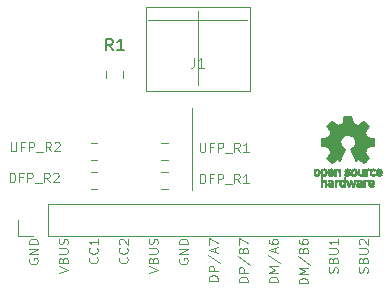
<source format=gbr>
G04 #@! TF.GenerationSoftware,KiCad,Pcbnew,(5.1.2-1)-1*
G04 #@! TF.CreationDate,2020-04-25T00:14:51+02:00*
G04 #@! TF.ProjectId,USB-C-USB-2.0,5553422d-432d-4555-9342-2d322e302e6b,rev?*
G04 #@! TF.SameCoordinates,Original*
G04 #@! TF.FileFunction,Legend,Top*
G04 #@! TF.FilePolarity,Positive*
%FSLAX46Y46*%
G04 Gerber Fmt 4.6, Leading zero omitted, Abs format (unit mm)*
G04 Created by KiCad (PCBNEW (5.1.2-1)-1) date 2020-04-25 00:14:51*
%MOMM*%
%LPD*%
G04 APERTURE LIST*
%ADD10C,0.100000*%
%ADD11C,0.120000*%
%ADD12C,0.010000*%
%ADD13C,0.020000*%
%ADD14C,0.150000*%
G04 APERTURE END LIST*
D10*
X40040000Y-80493571D02*
X40002857Y-80569761D01*
X40002857Y-80684047D01*
X40040000Y-80798333D01*
X40114285Y-80874523D01*
X40188571Y-80912619D01*
X40337142Y-80950714D01*
X40448571Y-80950714D01*
X40597142Y-80912619D01*
X40671428Y-80874523D01*
X40745714Y-80798333D01*
X40782857Y-80684047D01*
X40782857Y-80607857D01*
X40745714Y-80493571D01*
X40708571Y-80455476D01*
X40448571Y-80455476D01*
X40448571Y-80607857D01*
X40782857Y-80112619D02*
X40002857Y-80112619D01*
X40782857Y-79655476D01*
X40002857Y-79655476D01*
X40782857Y-79274523D02*
X40002857Y-79274523D01*
X40002857Y-79084047D01*
X40040000Y-78969761D01*
X40114285Y-78893571D01*
X40188571Y-78855476D01*
X40337142Y-78817380D01*
X40448571Y-78817380D01*
X40597142Y-78855476D01*
X40671428Y-78893571D01*
X40745714Y-78969761D01*
X40782857Y-79084047D01*
X40782857Y-79274523D01*
X42542857Y-81674523D02*
X43322857Y-81407857D01*
X42542857Y-81141190D01*
X42914285Y-80607857D02*
X42951428Y-80493571D01*
X42988571Y-80455476D01*
X43062857Y-80417380D01*
X43174285Y-80417380D01*
X43248571Y-80455476D01*
X43285714Y-80493571D01*
X43322857Y-80569761D01*
X43322857Y-80874523D01*
X42542857Y-80874523D01*
X42542857Y-80607857D01*
X42580000Y-80531666D01*
X42617142Y-80493571D01*
X42691428Y-80455476D01*
X42765714Y-80455476D01*
X42840000Y-80493571D01*
X42877142Y-80531666D01*
X42914285Y-80607857D01*
X42914285Y-80874523D01*
X42542857Y-80074523D02*
X43174285Y-80074523D01*
X43248571Y-80036428D01*
X43285714Y-79998333D01*
X43322857Y-79922142D01*
X43322857Y-79769761D01*
X43285714Y-79693571D01*
X43248571Y-79655476D01*
X43174285Y-79617380D01*
X42542857Y-79617380D01*
X43285714Y-79274523D02*
X43322857Y-79160238D01*
X43322857Y-78969761D01*
X43285714Y-78893571D01*
X43248571Y-78855476D01*
X43174285Y-78817380D01*
X43100000Y-78817380D01*
X43025714Y-78855476D01*
X42988571Y-78893571D01*
X42951428Y-78969761D01*
X42914285Y-79122142D01*
X42877142Y-79198333D01*
X42840000Y-79236428D01*
X42765714Y-79274523D01*
X42691428Y-79274523D01*
X42617142Y-79236428D01*
X42580000Y-79198333D01*
X42542857Y-79122142D01*
X42542857Y-78931666D01*
X42580000Y-78817380D01*
X45788571Y-80379285D02*
X45825714Y-80417380D01*
X45862857Y-80531666D01*
X45862857Y-80607857D01*
X45825714Y-80722142D01*
X45751428Y-80798333D01*
X45677142Y-80836428D01*
X45528571Y-80874523D01*
X45417142Y-80874523D01*
X45268571Y-80836428D01*
X45194285Y-80798333D01*
X45120000Y-80722142D01*
X45082857Y-80607857D01*
X45082857Y-80531666D01*
X45120000Y-80417380D01*
X45157142Y-80379285D01*
X45788571Y-79579285D02*
X45825714Y-79617380D01*
X45862857Y-79731666D01*
X45862857Y-79807857D01*
X45825714Y-79922142D01*
X45751428Y-79998333D01*
X45677142Y-80036428D01*
X45528571Y-80074523D01*
X45417142Y-80074523D01*
X45268571Y-80036428D01*
X45194285Y-79998333D01*
X45120000Y-79922142D01*
X45082857Y-79807857D01*
X45082857Y-79731666D01*
X45120000Y-79617380D01*
X45157142Y-79579285D01*
X45862857Y-78817380D02*
X45862857Y-79274523D01*
X45862857Y-79045952D02*
X45082857Y-79045952D01*
X45194285Y-79122142D01*
X45268571Y-79198333D01*
X45305714Y-79274523D01*
X48328571Y-80379285D02*
X48365714Y-80417380D01*
X48402857Y-80531666D01*
X48402857Y-80607857D01*
X48365714Y-80722142D01*
X48291428Y-80798333D01*
X48217142Y-80836428D01*
X48068571Y-80874523D01*
X47957142Y-80874523D01*
X47808571Y-80836428D01*
X47734285Y-80798333D01*
X47660000Y-80722142D01*
X47622857Y-80607857D01*
X47622857Y-80531666D01*
X47660000Y-80417380D01*
X47697142Y-80379285D01*
X48328571Y-79579285D02*
X48365714Y-79617380D01*
X48402857Y-79731666D01*
X48402857Y-79807857D01*
X48365714Y-79922142D01*
X48291428Y-79998333D01*
X48217142Y-80036428D01*
X48068571Y-80074523D01*
X47957142Y-80074523D01*
X47808571Y-80036428D01*
X47734285Y-79998333D01*
X47660000Y-79922142D01*
X47622857Y-79807857D01*
X47622857Y-79731666D01*
X47660000Y-79617380D01*
X47697142Y-79579285D01*
X47697142Y-79274523D02*
X47660000Y-79236428D01*
X47622857Y-79160238D01*
X47622857Y-78969761D01*
X47660000Y-78893571D01*
X47697142Y-78855476D01*
X47771428Y-78817380D01*
X47845714Y-78817380D01*
X47957142Y-78855476D01*
X48402857Y-79312619D01*
X48402857Y-78817380D01*
X50162857Y-81674523D02*
X50942857Y-81407857D01*
X50162857Y-81141190D01*
X50534285Y-80607857D02*
X50571428Y-80493571D01*
X50608571Y-80455476D01*
X50682857Y-80417380D01*
X50794285Y-80417380D01*
X50868571Y-80455476D01*
X50905714Y-80493571D01*
X50942857Y-80569761D01*
X50942857Y-80874523D01*
X50162857Y-80874523D01*
X50162857Y-80607857D01*
X50200000Y-80531666D01*
X50237142Y-80493571D01*
X50311428Y-80455476D01*
X50385714Y-80455476D01*
X50460000Y-80493571D01*
X50497142Y-80531666D01*
X50534285Y-80607857D01*
X50534285Y-80874523D01*
X50162857Y-80074523D02*
X50794285Y-80074523D01*
X50868571Y-80036428D01*
X50905714Y-79998333D01*
X50942857Y-79922142D01*
X50942857Y-79769761D01*
X50905714Y-79693571D01*
X50868571Y-79655476D01*
X50794285Y-79617380D01*
X50162857Y-79617380D01*
X50905714Y-79274523D02*
X50942857Y-79160238D01*
X50942857Y-78969761D01*
X50905714Y-78893571D01*
X50868571Y-78855476D01*
X50794285Y-78817380D01*
X50720000Y-78817380D01*
X50645714Y-78855476D01*
X50608571Y-78893571D01*
X50571428Y-78969761D01*
X50534285Y-79122142D01*
X50497142Y-79198333D01*
X50460000Y-79236428D01*
X50385714Y-79274523D01*
X50311428Y-79274523D01*
X50237142Y-79236428D01*
X50200000Y-79198333D01*
X50162857Y-79122142D01*
X50162857Y-78931666D01*
X50200000Y-78817380D01*
X52740000Y-80493571D02*
X52702857Y-80569761D01*
X52702857Y-80684047D01*
X52740000Y-80798333D01*
X52814285Y-80874523D01*
X52888571Y-80912619D01*
X53037142Y-80950714D01*
X53148571Y-80950714D01*
X53297142Y-80912619D01*
X53371428Y-80874523D01*
X53445714Y-80798333D01*
X53482857Y-80684047D01*
X53482857Y-80607857D01*
X53445714Y-80493571D01*
X53408571Y-80455476D01*
X53148571Y-80455476D01*
X53148571Y-80607857D01*
X53482857Y-80112619D02*
X52702857Y-80112619D01*
X53482857Y-79655476D01*
X52702857Y-79655476D01*
X53482857Y-79274523D02*
X52702857Y-79274523D01*
X52702857Y-79084047D01*
X52740000Y-78969761D01*
X52814285Y-78893571D01*
X52888571Y-78855476D01*
X53037142Y-78817380D01*
X53148571Y-78817380D01*
X53297142Y-78855476D01*
X53371428Y-78893571D01*
X53445714Y-78969761D01*
X53482857Y-79084047D01*
X53482857Y-79274523D01*
X56022857Y-82360238D02*
X55242857Y-82360238D01*
X55242857Y-82169761D01*
X55280000Y-82055476D01*
X55354285Y-81979285D01*
X55428571Y-81941190D01*
X55577142Y-81903095D01*
X55688571Y-81903095D01*
X55837142Y-81941190D01*
X55911428Y-81979285D01*
X55985714Y-82055476D01*
X56022857Y-82169761D01*
X56022857Y-82360238D01*
X56022857Y-81560238D02*
X55242857Y-81560238D01*
X55242857Y-81255476D01*
X55280000Y-81179285D01*
X55317142Y-81141190D01*
X55391428Y-81103095D01*
X55502857Y-81103095D01*
X55577142Y-81141190D01*
X55614285Y-81179285D01*
X55651428Y-81255476D01*
X55651428Y-81560238D01*
X55205714Y-80188809D02*
X56208571Y-80874523D01*
X55800000Y-79960238D02*
X55800000Y-79579285D01*
X56022857Y-80036428D02*
X55242857Y-79769761D01*
X56022857Y-79503095D01*
X55242857Y-79312619D02*
X55242857Y-78779285D01*
X56022857Y-79122142D01*
X58562857Y-82474523D02*
X57782857Y-82474523D01*
X57782857Y-82284047D01*
X57820000Y-82169761D01*
X57894285Y-82093571D01*
X57968571Y-82055476D01*
X58117142Y-82017380D01*
X58228571Y-82017380D01*
X58377142Y-82055476D01*
X58451428Y-82093571D01*
X58525714Y-82169761D01*
X58562857Y-82284047D01*
X58562857Y-82474523D01*
X58562857Y-81674523D02*
X57782857Y-81674523D01*
X57782857Y-81369761D01*
X57820000Y-81293571D01*
X57857142Y-81255476D01*
X57931428Y-81217380D01*
X58042857Y-81217380D01*
X58117142Y-81255476D01*
X58154285Y-81293571D01*
X58191428Y-81369761D01*
X58191428Y-81674523D01*
X57745714Y-80303095D02*
X58748571Y-80988809D01*
X58154285Y-79769761D02*
X58191428Y-79655476D01*
X58228571Y-79617380D01*
X58302857Y-79579285D01*
X58414285Y-79579285D01*
X58488571Y-79617380D01*
X58525714Y-79655476D01*
X58562857Y-79731666D01*
X58562857Y-80036428D01*
X57782857Y-80036428D01*
X57782857Y-79769761D01*
X57820000Y-79693571D01*
X57857142Y-79655476D01*
X57931428Y-79617380D01*
X58005714Y-79617380D01*
X58080000Y-79655476D01*
X58117142Y-79693571D01*
X58154285Y-79769761D01*
X58154285Y-80036428D01*
X57782857Y-79312619D02*
X57782857Y-78779285D01*
X58562857Y-79122142D01*
X61102857Y-82474523D02*
X60322857Y-82474523D01*
X60322857Y-82284047D01*
X60360000Y-82169761D01*
X60434285Y-82093571D01*
X60508571Y-82055476D01*
X60657142Y-82017380D01*
X60768571Y-82017380D01*
X60917142Y-82055476D01*
X60991428Y-82093571D01*
X61065714Y-82169761D01*
X61102857Y-82284047D01*
X61102857Y-82474523D01*
X61102857Y-81674523D02*
X60322857Y-81674523D01*
X60880000Y-81407857D01*
X60322857Y-81141190D01*
X61102857Y-81141190D01*
X60285714Y-80188809D02*
X61288571Y-80874523D01*
X60880000Y-79960238D02*
X60880000Y-79579285D01*
X61102857Y-80036428D02*
X60322857Y-79769761D01*
X61102857Y-79503095D01*
X60322857Y-78893571D02*
X60322857Y-79045952D01*
X60360000Y-79122142D01*
X60397142Y-79160238D01*
X60508571Y-79236428D01*
X60657142Y-79274523D01*
X60954285Y-79274523D01*
X61028571Y-79236428D01*
X61065714Y-79198333D01*
X61102857Y-79122142D01*
X61102857Y-78969761D01*
X61065714Y-78893571D01*
X61028571Y-78855476D01*
X60954285Y-78817380D01*
X60768571Y-78817380D01*
X60694285Y-78855476D01*
X60657142Y-78893571D01*
X60620000Y-78969761D01*
X60620000Y-79122142D01*
X60657142Y-79198333D01*
X60694285Y-79236428D01*
X60768571Y-79274523D01*
X63642857Y-82588809D02*
X62862857Y-82588809D01*
X62862857Y-82398333D01*
X62900000Y-82284047D01*
X62974285Y-82207857D01*
X63048571Y-82169761D01*
X63197142Y-82131666D01*
X63308571Y-82131666D01*
X63457142Y-82169761D01*
X63531428Y-82207857D01*
X63605714Y-82284047D01*
X63642857Y-82398333D01*
X63642857Y-82588809D01*
X63642857Y-81788809D02*
X62862857Y-81788809D01*
X63420000Y-81522142D01*
X62862857Y-81255476D01*
X63642857Y-81255476D01*
X62825714Y-80303095D02*
X63828571Y-80988809D01*
X63234285Y-79769761D02*
X63271428Y-79655476D01*
X63308571Y-79617380D01*
X63382857Y-79579285D01*
X63494285Y-79579285D01*
X63568571Y-79617380D01*
X63605714Y-79655476D01*
X63642857Y-79731666D01*
X63642857Y-80036428D01*
X62862857Y-80036428D01*
X62862857Y-79769761D01*
X62900000Y-79693571D01*
X62937142Y-79655476D01*
X63011428Y-79617380D01*
X63085714Y-79617380D01*
X63160000Y-79655476D01*
X63197142Y-79693571D01*
X63234285Y-79769761D01*
X63234285Y-80036428D01*
X62862857Y-78893571D02*
X62862857Y-79045952D01*
X62900000Y-79122142D01*
X62937142Y-79160238D01*
X63048571Y-79236428D01*
X63197142Y-79274523D01*
X63494285Y-79274523D01*
X63568571Y-79236428D01*
X63605714Y-79198333D01*
X63642857Y-79122142D01*
X63642857Y-78969761D01*
X63605714Y-78893571D01*
X63568571Y-78855476D01*
X63494285Y-78817380D01*
X63308571Y-78817380D01*
X63234285Y-78855476D01*
X63197142Y-78893571D01*
X63160000Y-78969761D01*
X63160000Y-79122142D01*
X63197142Y-79198333D01*
X63234285Y-79236428D01*
X63308571Y-79274523D01*
X66145714Y-81674523D02*
X66182857Y-81560238D01*
X66182857Y-81369761D01*
X66145714Y-81293571D01*
X66108571Y-81255476D01*
X66034285Y-81217380D01*
X65960000Y-81217380D01*
X65885714Y-81255476D01*
X65848571Y-81293571D01*
X65811428Y-81369761D01*
X65774285Y-81522142D01*
X65737142Y-81598333D01*
X65700000Y-81636428D01*
X65625714Y-81674523D01*
X65551428Y-81674523D01*
X65477142Y-81636428D01*
X65440000Y-81598333D01*
X65402857Y-81522142D01*
X65402857Y-81331666D01*
X65440000Y-81217380D01*
X65774285Y-80607857D02*
X65811428Y-80493571D01*
X65848571Y-80455476D01*
X65922857Y-80417380D01*
X66034285Y-80417380D01*
X66108571Y-80455476D01*
X66145714Y-80493571D01*
X66182857Y-80569761D01*
X66182857Y-80874523D01*
X65402857Y-80874523D01*
X65402857Y-80607857D01*
X65440000Y-80531666D01*
X65477142Y-80493571D01*
X65551428Y-80455476D01*
X65625714Y-80455476D01*
X65700000Y-80493571D01*
X65737142Y-80531666D01*
X65774285Y-80607857D01*
X65774285Y-80874523D01*
X65402857Y-80074523D02*
X66034285Y-80074523D01*
X66108571Y-80036428D01*
X66145714Y-79998333D01*
X66182857Y-79922142D01*
X66182857Y-79769761D01*
X66145714Y-79693571D01*
X66108571Y-79655476D01*
X66034285Y-79617380D01*
X65402857Y-79617380D01*
X66182857Y-78817380D02*
X66182857Y-79274523D01*
X66182857Y-79045952D02*
X65402857Y-79045952D01*
X65514285Y-79122142D01*
X65588571Y-79198333D01*
X65625714Y-79274523D01*
X68685714Y-81674523D02*
X68722857Y-81560238D01*
X68722857Y-81369761D01*
X68685714Y-81293571D01*
X68648571Y-81255476D01*
X68574285Y-81217380D01*
X68500000Y-81217380D01*
X68425714Y-81255476D01*
X68388571Y-81293571D01*
X68351428Y-81369761D01*
X68314285Y-81522142D01*
X68277142Y-81598333D01*
X68240000Y-81636428D01*
X68165714Y-81674523D01*
X68091428Y-81674523D01*
X68017142Y-81636428D01*
X67980000Y-81598333D01*
X67942857Y-81522142D01*
X67942857Y-81331666D01*
X67980000Y-81217380D01*
X68314285Y-80607857D02*
X68351428Y-80493571D01*
X68388571Y-80455476D01*
X68462857Y-80417380D01*
X68574285Y-80417380D01*
X68648571Y-80455476D01*
X68685714Y-80493571D01*
X68722857Y-80569761D01*
X68722857Y-80874523D01*
X67942857Y-80874523D01*
X67942857Y-80607857D01*
X67980000Y-80531666D01*
X68017142Y-80493571D01*
X68091428Y-80455476D01*
X68165714Y-80455476D01*
X68240000Y-80493571D01*
X68277142Y-80531666D01*
X68314285Y-80607857D01*
X68314285Y-80874523D01*
X67942857Y-80074523D02*
X68574285Y-80074523D01*
X68648571Y-80036428D01*
X68685714Y-79998333D01*
X68722857Y-79922142D01*
X68722857Y-79769761D01*
X68685714Y-79693571D01*
X68648571Y-79655476D01*
X68574285Y-79617380D01*
X67942857Y-79617380D01*
X68017142Y-79274523D02*
X67980000Y-79236428D01*
X67942857Y-79160238D01*
X67942857Y-78969761D01*
X67980000Y-78893571D01*
X68017142Y-78855476D01*
X68091428Y-78817380D01*
X68165714Y-78817380D01*
X68277142Y-78855476D01*
X68722857Y-79312619D01*
X68722857Y-78817380D01*
D11*
X53800000Y-67700000D02*
X53800000Y-74700000D01*
D12*
G36*
X67376964Y-68690018D02*
G01*
X67433812Y-68991570D01*
X67853338Y-69164512D01*
X68104984Y-68993395D01*
X68175458Y-68945750D01*
X68239163Y-68903210D01*
X68293126Y-68867715D01*
X68334373Y-68841210D01*
X68359934Y-68825636D01*
X68366895Y-68822278D01*
X68379435Y-68830914D01*
X68406231Y-68854792D01*
X68444280Y-68890859D01*
X68490579Y-68936067D01*
X68542123Y-68987364D01*
X68595909Y-69041701D01*
X68648935Y-69096028D01*
X68698195Y-69147295D01*
X68740687Y-69192451D01*
X68773407Y-69228446D01*
X68793351Y-69252230D01*
X68798119Y-69260190D01*
X68791257Y-69274865D01*
X68772020Y-69307014D01*
X68742430Y-69353492D01*
X68704510Y-69411156D01*
X68660282Y-69476860D01*
X68634654Y-69514336D01*
X68587941Y-69582768D01*
X68546432Y-69644520D01*
X68512140Y-69696519D01*
X68487080Y-69735692D01*
X68473264Y-69758965D01*
X68471188Y-69763855D01*
X68475895Y-69777755D01*
X68488723Y-69810150D01*
X68507738Y-69856485D01*
X68531003Y-69912206D01*
X68556584Y-69972758D01*
X68582545Y-70033586D01*
X68606950Y-70090136D01*
X68627863Y-70137852D01*
X68643349Y-70172181D01*
X68651472Y-70188568D01*
X68651952Y-70189212D01*
X68664707Y-70192341D01*
X68698677Y-70199321D01*
X68750340Y-70209467D01*
X68816176Y-70222092D01*
X68892664Y-70236509D01*
X68937290Y-70244823D01*
X69019021Y-70260384D01*
X69092843Y-70275192D01*
X69155021Y-70288436D01*
X69201822Y-70299305D01*
X69229509Y-70306989D01*
X69235074Y-70309427D01*
X69240526Y-70325930D01*
X69244924Y-70363200D01*
X69248272Y-70416880D01*
X69250574Y-70482612D01*
X69251832Y-70556037D01*
X69252048Y-70632796D01*
X69251227Y-70708532D01*
X69249371Y-70778886D01*
X69246482Y-70839500D01*
X69242565Y-70886016D01*
X69237622Y-70914075D01*
X69234657Y-70919916D01*
X69216934Y-70926917D01*
X69179381Y-70936927D01*
X69126964Y-70948769D01*
X69064652Y-70961267D01*
X69042900Y-70965310D01*
X68938024Y-70984520D01*
X68855180Y-70999991D01*
X68791630Y-71012337D01*
X68744637Y-71022173D01*
X68711463Y-71030114D01*
X68689371Y-71036776D01*
X68675624Y-71042773D01*
X68667484Y-71048719D01*
X68666345Y-71049894D01*
X68654977Y-71068826D01*
X68637635Y-71105669D01*
X68616050Y-71155913D01*
X68591954Y-71215046D01*
X68567079Y-71278556D01*
X68543157Y-71341932D01*
X68521919Y-71400662D01*
X68505097Y-71450235D01*
X68494422Y-71486139D01*
X68491627Y-71503862D01*
X68491860Y-71504483D01*
X68501331Y-71518970D01*
X68522818Y-71550844D01*
X68554063Y-71596789D01*
X68592807Y-71653485D01*
X68636793Y-71717617D01*
X68649319Y-71735842D01*
X68693984Y-71801914D01*
X68733288Y-71862200D01*
X68765088Y-71913235D01*
X68787245Y-71951560D01*
X68797617Y-71973711D01*
X68798119Y-71976432D01*
X68789405Y-71990736D01*
X68765325Y-72019072D01*
X68728976Y-72058396D01*
X68683453Y-72105661D01*
X68631852Y-72157823D01*
X68577267Y-72211835D01*
X68522794Y-72264653D01*
X68471529Y-72313231D01*
X68426567Y-72354523D01*
X68391004Y-72385485D01*
X68367935Y-72403070D01*
X68361554Y-72405941D01*
X68346699Y-72399178D01*
X68316286Y-72380939D01*
X68275268Y-72354297D01*
X68243709Y-72332852D01*
X68186525Y-72293503D01*
X68118806Y-72247171D01*
X68050880Y-72200913D01*
X68014361Y-72176155D01*
X67890752Y-72092547D01*
X67786991Y-72148650D01*
X67739720Y-72173228D01*
X67699523Y-72192331D01*
X67672326Y-72203227D01*
X67665402Y-72204743D01*
X67657077Y-72193549D01*
X67640654Y-72161917D01*
X67617357Y-72112765D01*
X67588414Y-72049010D01*
X67555050Y-71973571D01*
X67518491Y-71889364D01*
X67479964Y-71799308D01*
X67440694Y-71706321D01*
X67401908Y-71613320D01*
X67364830Y-71523223D01*
X67330689Y-71438948D01*
X67300708Y-71363413D01*
X67276116Y-71299534D01*
X67258136Y-71250231D01*
X67247997Y-71218421D01*
X67246366Y-71207496D01*
X67259291Y-71193561D01*
X67287589Y-71170940D01*
X67325346Y-71144333D01*
X67328515Y-71142228D01*
X67426100Y-71064114D01*
X67504786Y-70972982D01*
X67563891Y-70871745D01*
X67602732Y-70763318D01*
X67620628Y-70650614D01*
X67616897Y-70536548D01*
X67590857Y-70424034D01*
X67541825Y-70315985D01*
X67527400Y-70292345D01*
X67452369Y-70196887D01*
X67363730Y-70120232D01*
X67264549Y-70062780D01*
X67157895Y-70024929D01*
X67046836Y-70007078D01*
X66934439Y-70009625D01*
X66823773Y-70032970D01*
X66717906Y-70077510D01*
X66619905Y-70143645D01*
X66589590Y-70170487D01*
X66512438Y-70254512D01*
X66456218Y-70342966D01*
X66417653Y-70442115D01*
X66396174Y-70540303D01*
X66390872Y-70650697D01*
X66408552Y-70761640D01*
X66447419Y-70869381D01*
X66505677Y-70970169D01*
X66581531Y-71060256D01*
X66673183Y-71135892D01*
X66685228Y-71143864D01*
X66723389Y-71169974D01*
X66752399Y-71192595D01*
X66766268Y-71207039D01*
X66766469Y-71207496D01*
X66763492Y-71223121D01*
X66751689Y-71258582D01*
X66732286Y-71310962D01*
X66706512Y-71377345D01*
X66675591Y-71454814D01*
X66640751Y-71540450D01*
X66603217Y-71631337D01*
X66564217Y-71724559D01*
X66524977Y-71817197D01*
X66486724Y-71906335D01*
X66450683Y-71989055D01*
X66418083Y-72062441D01*
X66390148Y-72123575D01*
X66368105Y-72169541D01*
X66353182Y-72197421D01*
X66347172Y-72204743D01*
X66328809Y-72199041D01*
X66294448Y-72183749D01*
X66250016Y-72161599D01*
X66225583Y-72148650D01*
X66121822Y-72092547D01*
X65998213Y-72176155D01*
X65935114Y-72218987D01*
X65866030Y-72266122D01*
X65801293Y-72310503D01*
X65768866Y-72332852D01*
X65723259Y-72363477D01*
X65684640Y-72387747D01*
X65658048Y-72402587D01*
X65649410Y-72405724D01*
X65636839Y-72397261D01*
X65609016Y-72373636D01*
X65568639Y-72337302D01*
X65518405Y-72290711D01*
X65461012Y-72236317D01*
X65424714Y-72201392D01*
X65361210Y-72138996D01*
X65306327Y-72083188D01*
X65262286Y-72036354D01*
X65231305Y-72000882D01*
X65215602Y-71979161D01*
X65214095Y-71974752D01*
X65221086Y-71957985D01*
X65240406Y-71924082D01*
X65269909Y-71876476D01*
X65307455Y-71818599D01*
X65350900Y-71753884D01*
X65363255Y-71735842D01*
X65408273Y-71670267D01*
X65448660Y-71611228D01*
X65482160Y-71562042D01*
X65506514Y-71526028D01*
X65519464Y-71506502D01*
X65520715Y-71504483D01*
X65518844Y-71488922D01*
X65508913Y-71454709D01*
X65492653Y-71406355D01*
X65471795Y-71348371D01*
X65448073Y-71285270D01*
X65423216Y-71221563D01*
X65398958Y-71161761D01*
X65377029Y-71110376D01*
X65359162Y-71071919D01*
X65347087Y-71050902D01*
X65346229Y-71049894D01*
X65338846Y-71043888D01*
X65326375Y-71037948D01*
X65306080Y-71031460D01*
X65275222Y-71023809D01*
X65231066Y-71014380D01*
X65170874Y-71002559D01*
X65091907Y-70987729D01*
X64991430Y-70969277D01*
X64969675Y-70965310D01*
X64905198Y-70952853D01*
X64848989Y-70940666D01*
X64806013Y-70929926D01*
X64781240Y-70921809D01*
X64777918Y-70919916D01*
X64772444Y-70903138D01*
X64767994Y-70865645D01*
X64764572Y-70811794D01*
X64762181Y-70745944D01*
X64760823Y-70672453D01*
X64760501Y-70595680D01*
X64761219Y-70519983D01*
X64762979Y-70449720D01*
X64765784Y-70389250D01*
X64769638Y-70342930D01*
X64774543Y-70315119D01*
X64777500Y-70309427D01*
X64793963Y-70303686D01*
X64831449Y-70294345D01*
X64886225Y-70282215D01*
X64954555Y-70268107D01*
X65032706Y-70252830D01*
X65075284Y-70244823D01*
X65156071Y-70229721D01*
X65228113Y-70216040D01*
X65287889Y-70204467D01*
X65331879Y-70195687D01*
X65356561Y-70190387D01*
X65360623Y-70189212D01*
X65367489Y-70175965D01*
X65382002Y-70144057D01*
X65402229Y-70098047D01*
X65426234Y-70042492D01*
X65452082Y-69981953D01*
X65477840Y-69920986D01*
X65501573Y-69864151D01*
X65521346Y-69816006D01*
X65535224Y-69781110D01*
X65541274Y-69764021D01*
X65541386Y-69763274D01*
X65534528Y-69749793D01*
X65515302Y-69718770D01*
X65485728Y-69673289D01*
X65447827Y-69616432D01*
X65403620Y-69551283D01*
X65377921Y-69513862D01*
X65331093Y-69445247D01*
X65289501Y-69382952D01*
X65255175Y-69330129D01*
X65230143Y-69289927D01*
X65216435Y-69265500D01*
X65214456Y-69260024D01*
X65222966Y-69247278D01*
X65246493Y-69220063D01*
X65282032Y-69181428D01*
X65326577Y-69134423D01*
X65377123Y-69082095D01*
X65430664Y-69027495D01*
X65484195Y-68973670D01*
X65534711Y-68923670D01*
X65579206Y-68880543D01*
X65614675Y-68847339D01*
X65638113Y-68827106D01*
X65645954Y-68822278D01*
X65658720Y-68829067D01*
X65689256Y-68848142D01*
X65734590Y-68877561D01*
X65791756Y-68915381D01*
X65857784Y-68959661D01*
X65907590Y-68993395D01*
X66159236Y-69164512D01*
X66368999Y-69078041D01*
X66578763Y-68991570D01*
X66635611Y-68690018D01*
X66692460Y-68388466D01*
X67320115Y-68388466D01*
X67376964Y-68690018D01*
X67376964Y-68690018D01*
G37*
X67376964Y-68690018D02*
X67433812Y-68991570D01*
X67853338Y-69164512D01*
X68104984Y-68993395D01*
X68175458Y-68945750D01*
X68239163Y-68903210D01*
X68293126Y-68867715D01*
X68334373Y-68841210D01*
X68359934Y-68825636D01*
X68366895Y-68822278D01*
X68379435Y-68830914D01*
X68406231Y-68854792D01*
X68444280Y-68890859D01*
X68490579Y-68936067D01*
X68542123Y-68987364D01*
X68595909Y-69041701D01*
X68648935Y-69096028D01*
X68698195Y-69147295D01*
X68740687Y-69192451D01*
X68773407Y-69228446D01*
X68793351Y-69252230D01*
X68798119Y-69260190D01*
X68791257Y-69274865D01*
X68772020Y-69307014D01*
X68742430Y-69353492D01*
X68704510Y-69411156D01*
X68660282Y-69476860D01*
X68634654Y-69514336D01*
X68587941Y-69582768D01*
X68546432Y-69644520D01*
X68512140Y-69696519D01*
X68487080Y-69735692D01*
X68473264Y-69758965D01*
X68471188Y-69763855D01*
X68475895Y-69777755D01*
X68488723Y-69810150D01*
X68507738Y-69856485D01*
X68531003Y-69912206D01*
X68556584Y-69972758D01*
X68582545Y-70033586D01*
X68606950Y-70090136D01*
X68627863Y-70137852D01*
X68643349Y-70172181D01*
X68651472Y-70188568D01*
X68651952Y-70189212D01*
X68664707Y-70192341D01*
X68698677Y-70199321D01*
X68750340Y-70209467D01*
X68816176Y-70222092D01*
X68892664Y-70236509D01*
X68937290Y-70244823D01*
X69019021Y-70260384D01*
X69092843Y-70275192D01*
X69155021Y-70288436D01*
X69201822Y-70299305D01*
X69229509Y-70306989D01*
X69235074Y-70309427D01*
X69240526Y-70325930D01*
X69244924Y-70363200D01*
X69248272Y-70416880D01*
X69250574Y-70482612D01*
X69251832Y-70556037D01*
X69252048Y-70632796D01*
X69251227Y-70708532D01*
X69249371Y-70778886D01*
X69246482Y-70839500D01*
X69242565Y-70886016D01*
X69237622Y-70914075D01*
X69234657Y-70919916D01*
X69216934Y-70926917D01*
X69179381Y-70936927D01*
X69126964Y-70948769D01*
X69064652Y-70961267D01*
X69042900Y-70965310D01*
X68938024Y-70984520D01*
X68855180Y-70999991D01*
X68791630Y-71012337D01*
X68744637Y-71022173D01*
X68711463Y-71030114D01*
X68689371Y-71036776D01*
X68675624Y-71042773D01*
X68667484Y-71048719D01*
X68666345Y-71049894D01*
X68654977Y-71068826D01*
X68637635Y-71105669D01*
X68616050Y-71155913D01*
X68591954Y-71215046D01*
X68567079Y-71278556D01*
X68543157Y-71341932D01*
X68521919Y-71400662D01*
X68505097Y-71450235D01*
X68494422Y-71486139D01*
X68491627Y-71503862D01*
X68491860Y-71504483D01*
X68501331Y-71518970D01*
X68522818Y-71550844D01*
X68554063Y-71596789D01*
X68592807Y-71653485D01*
X68636793Y-71717617D01*
X68649319Y-71735842D01*
X68693984Y-71801914D01*
X68733288Y-71862200D01*
X68765088Y-71913235D01*
X68787245Y-71951560D01*
X68797617Y-71973711D01*
X68798119Y-71976432D01*
X68789405Y-71990736D01*
X68765325Y-72019072D01*
X68728976Y-72058396D01*
X68683453Y-72105661D01*
X68631852Y-72157823D01*
X68577267Y-72211835D01*
X68522794Y-72264653D01*
X68471529Y-72313231D01*
X68426567Y-72354523D01*
X68391004Y-72385485D01*
X68367935Y-72403070D01*
X68361554Y-72405941D01*
X68346699Y-72399178D01*
X68316286Y-72380939D01*
X68275268Y-72354297D01*
X68243709Y-72332852D01*
X68186525Y-72293503D01*
X68118806Y-72247171D01*
X68050880Y-72200913D01*
X68014361Y-72176155D01*
X67890752Y-72092547D01*
X67786991Y-72148650D01*
X67739720Y-72173228D01*
X67699523Y-72192331D01*
X67672326Y-72203227D01*
X67665402Y-72204743D01*
X67657077Y-72193549D01*
X67640654Y-72161917D01*
X67617357Y-72112765D01*
X67588414Y-72049010D01*
X67555050Y-71973571D01*
X67518491Y-71889364D01*
X67479964Y-71799308D01*
X67440694Y-71706321D01*
X67401908Y-71613320D01*
X67364830Y-71523223D01*
X67330689Y-71438948D01*
X67300708Y-71363413D01*
X67276116Y-71299534D01*
X67258136Y-71250231D01*
X67247997Y-71218421D01*
X67246366Y-71207496D01*
X67259291Y-71193561D01*
X67287589Y-71170940D01*
X67325346Y-71144333D01*
X67328515Y-71142228D01*
X67426100Y-71064114D01*
X67504786Y-70972982D01*
X67563891Y-70871745D01*
X67602732Y-70763318D01*
X67620628Y-70650614D01*
X67616897Y-70536548D01*
X67590857Y-70424034D01*
X67541825Y-70315985D01*
X67527400Y-70292345D01*
X67452369Y-70196887D01*
X67363730Y-70120232D01*
X67264549Y-70062780D01*
X67157895Y-70024929D01*
X67046836Y-70007078D01*
X66934439Y-70009625D01*
X66823773Y-70032970D01*
X66717906Y-70077510D01*
X66619905Y-70143645D01*
X66589590Y-70170487D01*
X66512438Y-70254512D01*
X66456218Y-70342966D01*
X66417653Y-70442115D01*
X66396174Y-70540303D01*
X66390872Y-70650697D01*
X66408552Y-70761640D01*
X66447419Y-70869381D01*
X66505677Y-70970169D01*
X66581531Y-71060256D01*
X66673183Y-71135892D01*
X66685228Y-71143864D01*
X66723389Y-71169974D01*
X66752399Y-71192595D01*
X66766268Y-71207039D01*
X66766469Y-71207496D01*
X66763492Y-71223121D01*
X66751689Y-71258582D01*
X66732286Y-71310962D01*
X66706512Y-71377345D01*
X66675591Y-71454814D01*
X66640751Y-71540450D01*
X66603217Y-71631337D01*
X66564217Y-71724559D01*
X66524977Y-71817197D01*
X66486724Y-71906335D01*
X66450683Y-71989055D01*
X66418083Y-72062441D01*
X66390148Y-72123575D01*
X66368105Y-72169541D01*
X66353182Y-72197421D01*
X66347172Y-72204743D01*
X66328809Y-72199041D01*
X66294448Y-72183749D01*
X66250016Y-72161599D01*
X66225583Y-72148650D01*
X66121822Y-72092547D01*
X65998213Y-72176155D01*
X65935114Y-72218987D01*
X65866030Y-72266122D01*
X65801293Y-72310503D01*
X65768866Y-72332852D01*
X65723259Y-72363477D01*
X65684640Y-72387747D01*
X65658048Y-72402587D01*
X65649410Y-72405724D01*
X65636839Y-72397261D01*
X65609016Y-72373636D01*
X65568639Y-72337302D01*
X65518405Y-72290711D01*
X65461012Y-72236317D01*
X65424714Y-72201392D01*
X65361210Y-72138996D01*
X65306327Y-72083188D01*
X65262286Y-72036354D01*
X65231305Y-72000882D01*
X65215602Y-71979161D01*
X65214095Y-71974752D01*
X65221086Y-71957985D01*
X65240406Y-71924082D01*
X65269909Y-71876476D01*
X65307455Y-71818599D01*
X65350900Y-71753884D01*
X65363255Y-71735842D01*
X65408273Y-71670267D01*
X65448660Y-71611228D01*
X65482160Y-71562042D01*
X65506514Y-71526028D01*
X65519464Y-71506502D01*
X65520715Y-71504483D01*
X65518844Y-71488922D01*
X65508913Y-71454709D01*
X65492653Y-71406355D01*
X65471795Y-71348371D01*
X65448073Y-71285270D01*
X65423216Y-71221563D01*
X65398958Y-71161761D01*
X65377029Y-71110376D01*
X65359162Y-71071919D01*
X65347087Y-71050902D01*
X65346229Y-71049894D01*
X65338846Y-71043888D01*
X65326375Y-71037948D01*
X65306080Y-71031460D01*
X65275222Y-71023809D01*
X65231066Y-71014380D01*
X65170874Y-71002559D01*
X65091907Y-70987729D01*
X64991430Y-70969277D01*
X64969675Y-70965310D01*
X64905198Y-70952853D01*
X64848989Y-70940666D01*
X64806013Y-70929926D01*
X64781240Y-70921809D01*
X64777918Y-70919916D01*
X64772444Y-70903138D01*
X64767994Y-70865645D01*
X64764572Y-70811794D01*
X64762181Y-70745944D01*
X64760823Y-70672453D01*
X64760501Y-70595680D01*
X64761219Y-70519983D01*
X64762979Y-70449720D01*
X64765784Y-70389250D01*
X64769638Y-70342930D01*
X64774543Y-70315119D01*
X64777500Y-70309427D01*
X64793963Y-70303686D01*
X64831449Y-70294345D01*
X64886225Y-70282215D01*
X64954555Y-70268107D01*
X65032706Y-70252830D01*
X65075284Y-70244823D01*
X65156071Y-70229721D01*
X65228113Y-70216040D01*
X65287889Y-70204467D01*
X65331879Y-70195687D01*
X65356561Y-70190387D01*
X65360623Y-70189212D01*
X65367489Y-70175965D01*
X65382002Y-70144057D01*
X65402229Y-70098047D01*
X65426234Y-70042492D01*
X65452082Y-69981953D01*
X65477840Y-69920986D01*
X65501573Y-69864151D01*
X65521346Y-69816006D01*
X65535224Y-69781110D01*
X65541274Y-69764021D01*
X65541386Y-69763274D01*
X65534528Y-69749793D01*
X65515302Y-69718770D01*
X65485728Y-69673289D01*
X65447827Y-69616432D01*
X65403620Y-69551283D01*
X65377921Y-69513862D01*
X65331093Y-69445247D01*
X65289501Y-69382952D01*
X65255175Y-69330129D01*
X65230143Y-69289927D01*
X65216435Y-69265500D01*
X65214456Y-69260024D01*
X65222966Y-69247278D01*
X65246493Y-69220063D01*
X65282032Y-69181428D01*
X65326577Y-69134423D01*
X65377123Y-69082095D01*
X65430664Y-69027495D01*
X65484195Y-68973670D01*
X65534711Y-68923670D01*
X65579206Y-68880543D01*
X65614675Y-68847339D01*
X65638113Y-68827106D01*
X65645954Y-68822278D01*
X65658720Y-68829067D01*
X65689256Y-68848142D01*
X65734590Y-68877561D01*
X65791756Y-68915381D01*
X65857784Y-68959661D01*
X65907590Y-68993395D01*
X66159236Y-69164512D01*
X66368999Y-69078041D01*
X66578763Y-68991570D01*
X66635611Y-68690018D01*
X66692460Y-68388466D01*
X67320115Y-68388466D01*
X67376964Y-68690018D01*
G36*
X68799460Y-72858030D02*
G01*
X68842711Y-72871245D01*
X68870558Y-72887941D01*
X68879629Y-72901145D01*
X68877132Y-72916797D01*
X68860931Y-72941385D01*
X68847232Y-72958800D01*
X68818992Y-72990283D01*
X68797775Y-73003529D01*
X68779688Y-73002664D01*
X68726035Y-72989010D01*
X68686630Y-72989630D01*
X68654632Y-73005104D01*
X68643890Y-73014161D01*
X68609505Y-73046027D01*
X68609505Y-73462179D01*
X68471188Y-73462179D01*
X68471188Y-72858614D01*
X68540347Y-72858614D01*
X68581869Y-72860256D01*
X68603291Y-72866087D01*
X68609502Y-72877461D01*
X68609505Y-72877798D01*
X68612439Y-72889713D01*
X68625704Y-72888159D01*
X68644084Y-72879563D01*
X68682046Y-72863568D01*
X68712872Y-72853945D01*
X68752536Y-72851478D01*
X68799460Y-72858030D01*
X68799460Y-72858030D01*
G37*
X68799460Y-72858030D02*
X68842711Y-72871245D01*
X68870558Y-72887941D01*
X68879629Y-72901145D01*
X68877132Y-72916797D01*
X68860931Y-72941385D01*
X68847232Y-72958800D01*
X68818992Y-72990283D01*
X68797775Y-73003529D01*
X68779688Y-73002664D01*
X68726035Y-72989010D01*
X68686630Y-72989630D01*
X68654632Y-73005104D01*
X68643890Y-73014161D01*
X68609505Y-73046027D01*
X68609505Y-73462179D01*
X68471188Y-73462179D01*
X68471188Y-72858614D01*
X68540347Y-72858614D01*
X68581869Y-72860256D01*
X68603291Y-72866087D01*
X68609502Y-72877461D01*
X68609505Y-72877798D01*
X68612439Y-72889713D01*
X68625704Y-72888159D01*
X68644084Y-72879563D01*
X68682046Y-72863568D01*
X68712872Y-72853945D01*
X68752536Y-72851478D01*
X68799460Y-72858030D01*
G36*
X66245988Y-72869002D02*
G01*
X66277283Y-72883950D01*
X66307591Y-72905541D01*
X66330682Y-72930391D01*
X66347500Y-72962087D01*
X66358994Y-73004214D01*
X66366109Y-73060358D01*
X66369793Y-73134106D01*
X66370992Y-73229044D01*
X66371011Y-73238985D01*
X66371287Y-73462179D01*
X66232970Y-73462179D01*
X66232970Y-73256418D01*
X66232872Y-73180189D01*
X66232191Y-73124939D01*
X66230349Y-73086501D01*
X66226767Y-73060706D01*
X66220868Y-73043384D01*
X66212073Y-73030368D01*
X66199820Y-73017507D01*
X66156953Y-72989873D01*
X66110157Y-72984745D01*
X66065576Y-73002217D01*
X66050072Y-73015221D01*
X66038690Y-73027447D01*
X66030519Y-73040540D01*
X66025026Y-73058615D01*
X66021680Y-73085787D01*
X66019949Y-73126170D01*
X66019303Y-73183879D01*
X66019208Y-73254132D01*
X66019208Y-73462179D01*
X65880891Y-73462179D01*
X65880891Y-72858614D01*
X65950050Y-72858614D01*
X65991572Y-72860256D01*
X66012994Y-72866087D01*
X66019205Y-72877461D01*
X66019208Y-72877798D01*
X66022090Y-72888938D01*
X66034801Y-72887674D01*
X66060074Y-72875434D01*
X66117395Y-72857424D01*
X66182963Y-72855421D01*
X66245988Y-72869002D01*
X66245988Y-72869002D01*
G37*
X66245988Y-72869002D02*
X66277283Y-72883950D01*
X66307591Y-72905541D01*
X66330682Y-72930391D01*
X66347500Y-72962087D01*
X66358994Y-73004214D01*
X66366109Y-73060358D01*
X66369793Y-73134106D01*
X66370992Y-73229044D01*
X66371011Y-73238985D01*
X66371287Y-73462179D01*
X66232970Y-73462179D01*
X66232970Y-73256418D01*
X66232872Y-73180189D01*
X66232191Y-73124939D01*
X66230349Y-73086501D01*
X66226767Y-73060706D01*
X66220868Y-73043384D01*
X66212073Y-73030368D01*
X66199820Y-73017507D01*
X66156953Y-72989873D01*
X66110157Y-72984745D01*
X66065576Y-73002217D01*
X66050072Y-73015221D01*
X66038690Y-73027447D01*
X66030519Y-73040540D01*
X66025026Y-73058615D01*
X66021680Y-73085787D01*
X66019949Y-73126170D01*
X66019303Y-73183879D01*
X66019208Y-73254132D01*
X66019208Y-73462179D01*
X65880891Y-73462179D01*
X65880891Y-72858614D01*
X65950050Y-72858614D01*
X65991572Y-72860256D01*
X66012994Y-72866087D01*
X66019205Y-72877461D01*
X66019208Y-72877798D01*
X66022090Y-72888938D01*
X66034801Y-72887674D01*
X66060074Y-72875434D01*
X66117395Y-72857424D01*
X66182963Y-72855421D01*
X66245988Y-72869002D01*
G36*
X69677898Y-72856457D02*
G01*
X69710096Y-72864279D01*
X69771825Y-72892921D01*
X69824610Y-72936667D01*
X69861141Y-72989117D01*
X69866160Y-73000893D01*
X69873045Y-73031740D01*
X69877864Y-73077371D01*
X69879505Y-73123492D01*
X69879505Y-73210693D01*
X69697178Y-73210693D01*
X69621979Y-73210978D01*
X69569003Y-73212704D01*
X69535325Y-73217181D01*
X69518020Y-73225720D01*
X69514163Y-73239630D01*
X69520829Y-73260222D01*
X69532770Y-73284315D01*
X69566080Y-73324525D01*
X69612368Y-73344558D01*
X69668944Y-73343905D01*
X69733031Y-73322101D01*
X69788417Y-73295193D01*
X69834375Y-73331532D01*
X69880333Y-73367872D01*
X69837096Y-73407819D01*
X69779374Y-73445563D01*
X69708386Y-73468320D01*
X69632029Y-73474688D01*
X69558199Y-73463268D01*
X69546287Y-73459393D01*
X69481399Y-73425506D01*
X69433130Y-73374986D01*
X69400465Y-73306325D01*
X69382385Y-73218014D01*
X69382175Y-73216121D01*
X69380556Y-73119878D01*
X69387100Y-73085542D01*
X69514852Y-73085542D01*
X69526584Y-73090822D01*
X69558438Y-73094867D01*
X69605397Y-73097176D01*
X69635154Y-73097525D01*
X69690648Y-73097306D01*
X69725346Y-73095916D01*
X69743601Y-73092251D01*
X69749766Y-73085210D01*
X69748195Y-73073690D01*
X69746878Y-73069233D01*
X69724382Y-73027355D01*
X69689003Y-72993604D01*
X69657780Y-72978773D01*
X69616301Y-72979668D01*
X69574269Y-72998164D01*
X69539012Y-73028786D01*
X69517854Y-73066062D01*
X69514852Y-73085542D01*
X69387100Y-73085542D01*
X69396690Y-73035229D01*
X69428698Y-72964191D01*
X69474701Y-72908779D01*
X69532821Y-72871009D01*
X69601180Y-72852896D01*
X69677898Y-72856457D01*
X69677898Y-72856457D01*
G37*
X69677898Y-72856457D02*
X69710096Y-72864279D01*
X69771825Y-72892921D01*
X69824610Y-72936667D01*
X69861141Y-72989117D01*
X69866160Y-73000893D01*
X69873045Y-73031740D01*
X69877864Y-73077371D01*
X69879505Y-73123492D01*
X69879505Y-73210693D01*
X69697178Y-73210693D01*
X69621979Y-73210978D01*
X69569003Y-73212704D01*
X69535325Y-73217181D01*
X69518020Y-73225720D01*
X69514163Y-73239630D01*
X69520829Y-73260222D01*
X69532770Y-73284315D01*
X69566080Y-73324525D01*
X69612368Y-73344558D01*
X69668944Y-73343905D01*
X69733031Y-73322101D01*
X69788417Y-73295193D01*
X69834375Y-73331532D01*
X69880333Y-73367872D01*
X69837096Y-73407819D01*
X69779374Y-73445563D01*
X69708386Y-73468320D01*
X69632029Y-73474688D01*
X69558199Y-73463268D01*
X69546287Y-73459393D01*
X69481399Y-73425506D01*
X69433130Y-73374986D01*
X69400465Y-73306325D01*
X69382385Y-73218014D01*
X69382175Y-73216121D01*
X69380556Y-73119878D01*
X69387100Y-73085542D01*
X69514852Y-73085542D01*
X69526584Y-73090822D01*
X69558438Y-73094867D01*
X69605397Y-73097176D01*
X69635154Y-73097525D01*
X69690648Y-73097306D01*
X69725346Y-73095916D01*
X69743601Y-73092251D01*
X69749766Y-73085210D01*
X69748195Y-73073690D01*
X69746878Y-73069233D01*
X69724382Y-73027355D01*
X69689003Y-72993604D01*
X69657780Y-72978773D01*
X69616301Y-72979668D01*
X69574269Y-72998164D01*
X69539012Y-73028786D01*
X69517854Y-73066062D01*
X69514852Y-73085542D01*
X69387100Y-73085542D01*
X69396690Y-73035229D01*
X69428698Y-72964191D01*
X69474701Y-72908779D01*
X69532821Y-72871009D01*
X69601180Y-72852896D01*
X69677898Y-72856457D01*
G36*
X69217226Y-72863880D02*
G01*
X69290080Y-72894830D01*
X69313027Y-72909895D01*
X69342354Y-72933048D01*
X69360764Y-72951253D01*
X69363961Y-72957183D01*
X69354935Y-72970340D01*
X69331837Y-72992667D01*
X69313344Y-73008250D01*
X69262728Y-73048926D01*
X69222760Y-73015295D01*
X69191874Y-72993584D01*
X69161759Y-72986090D01*
X69127292Y-72987920D01*
X69072561Y-73001528D01*
X69034886Y-73029772D01*
X69011991Y-73075433D01*
X69001597Y-73141289D01*
X69001595Y-73141331D01*
X69002494Y-73214939D01*
X69016463Y-73268946D01*
X69044328Y-73305716D01*
X69063325Y-73318168D01*
X69113776Y-73333673D01*
X69167663Y-73333683D01*
X69214546Y-73318638D01*
X69225644Y-73311287D01*
X69253476Y-73292511D01*
X69275236Y-73289434D01*
X69298704Y-73303409D01*
X69324649Y-73328510D01*
X69365716Y-73370880D01*
X69320121Y-73408464D01*
X69249674Y-73450882D01*
X69170233Y-73471785D01*
X69087215Y-73470272D01*
X69032694Y-73456411D01*
X68968970Y-73422135D01*
X68918005Y-73368212D01*
X68894851Y-73330149D01*
X68876099Y-73275536D01*
X68866715Y-73206369D01*
X68866643Y-73131407D01*
X68875824Y-73059409D01*
X68894199Y-72999137D01*
X68897093Y-72992958D01*
X68939952Y-72932351D01*
X68997979Y-72888224D01*
X69066591Y-72861493D01*
X69141201Y-72853073D01*
X69217226Y-72863880D01*
X69217226Y-72863880D01*
G37*
X69217226Y-72863880D02*
X69290080Y-72894830D01*
X69313027Y-72909895D01*
X69342354Y-72933048D01*
X69360764Y-72951253D01*
X69363961Y-72957183D01*
X69354935Y-72970340D01*
X69331837Y-72992667D01*
X69313344Y-73008250D01*
X69262728Y-73048926D01*
X69222760Y-73015295D01*
X69191874Y-72993584D01*
X69161759Y-72986090D01*
X69127292Y-72987920D01*
X69072561Y-73001528D01*
X69034886Y-73029772D01*
X69011991Y-73075433D01*
X69001597Y-73141289D01*
X69001595Y-73141331D01*
X69002494Y-73214939D01*
X69016463Y-73268946D01*
X69044328Y-73305716D01*
X69063325Y-73318168D01*
X69113776Y-73333673D01*
X69167663Y-73333683D01*
X69214546Y-73318638D01*
X69225644Y-73311287D01*
X69253476Y-73292511D01*
X69275236Y-73289434D01*
X69298704Y-73303409D01*
X69324649Y-73328510D01*
X69365716Y-73370880D01*
X69320121Y-73408464D01*
X69249674Y-73450882D01*
X69170233Y-73471785D01*
X69087215Y-73470272D01*
X69032694Y-73456411D01*
X68968970Y-73422135D01*
X68918005Y-73368212D01*
X68894851Y-73330149D01*
X68876099Y-73275536D01*
X68866715Y-73206369D01*
X68866643Y-73131407D01*
X68875824Y-73059409D01*
X68894199Y-72999137D01*
X68897093Y-72992958D01*
X68939952Y-72932351D01*
X68997979Y-72888224D01*
X69066591Y-72861493D01*
X69141201Y-72853073D01*
X69217226Y-72863880D01*
G36*
X67993367Y-73054342D02*
G01*
X67994555Y-73146563D01*
X67998897Y-73216610D01*
X68007558Y-73267381D01*
X68021704Y-73301772D01*
X68042500Y-73322679D01*
X68071110Y-73333000D01*
X68106535Y-73335636D01*
X68143636Y-73332682D01*
X68171818Y-73321889D01*
X68192243Y-73300360D01*
X68206079Y-73265199D01*
X68214491Y-73213510D01*
X68218643Y-73142394D01*
X68219703Y-73054342D01*
X68219703Y-72858614D01*
X68358020Y-72858614D01*
X68358020Y-73462179D01*
X68288862Y-73462179D01*
X68247170Y-73460489D01*
X68225701Y-73454556D01*
X68219703Y-73443293D01*
X68216091Y-73433261D01*
X68201714Y-73435383D01*
X68172736Y-73449580D01*
X68106319Y-73471480D01*
X68035875Y-73469928D01*
X67968377Y-73446147D01*
X67936233Y-73427362D01*
X67911715Y-73407022D01*
X67893804Y-73381573D01*
X67881479Y-73347458D01*
X67873723Y-73301121D01*
X67869516Y-73239007D01*
X67867840Y-73157561D01*
X67867624Y-73094578D01*
X67867624Y-72858614D01*
X67993367Y-72858614D01*
X67993367Y-73054342D01*
X67993367Y-73054342D01*
G37*
X67993367Y-73054342D02*
X67994555Y-73146563D01*
X67998897Y-73216610D01*
X68007558Y-73267381D01*
X68021704Y-73301772D01*
X68042500Y-73322679D01*
X68071110Y-73333000D01*
X68106535Y-73335636D01*
X68143636Y-73332682D01*
X68171818Y-73321889D01*
X68192243Y-73300360D01*
X68206079Y-73265199D01*
X68214491Y-73213510D01*
X68218643Y-73142394D01*
X68219703Y-73054342D01*
X68219703Y-72858614D01*
X68358020Y-72858614D01*
X68358020Y-73462179D01*
X68288862Y-73462179D01*
X68247170Y-73460489D01*
X68225701Y-73454556D01*
X68219703Y-73443293D01*
X68216091Y-73433261D01*
X68201714Y-73435383D01*
X68172736Y-73449580D01*
X68106319Y-73471480D01*
X68035875Y-73469928D01*
X67968377Y-73446147D01*
X67936233Y-73427362D01*
X67911715Y-73407022D01*
X67893804Y-73381573D01*
X67881479Y-73347458D01*
X67873723Y-73301121D01*
X67869516Y-73239007D01*
X67867840Y-73157561D01*
X67867624Y-73094578D01*
X67867624Y-72858614D01*
X67993367Y-72858614D01*
X67993367Y-73054342D01*
G36*
X67610762Y-72866055D02*
G01*
X67674363Y-72900692D01*
X67724123Y-72955372D01*
X67747568Y-72999842D01*
X67757634Y-73039121D01*
X67764156Y-73095116D01*
X67766951Y-73159621D01*
X67765836Y-73224429D01*
X67760626Y-73281334D01*
X67754541Y-73311727D01*
X67734014Y-73353306D01*
X67698463Y-73397468D01*
X67655619Y-73436087D01*
X67613211Y-73461034D01*
X67612177Y-73461430D01*
X67559553Y-73472331D01*
X67497188Y-73472601D01*
X67437924Y-73462676D01*
X67415040Y-73454722D01*
X67356102Y-73421300D01*
X67313890Y-73377511D01*
X67286156Y-73319538D01*
X67270651Y-73243565D01*
X67267143Y-73203771D01*
X67267590Y-73153766D01*
X67402376Y-73153766D01*
X67406917Y-73226732D01*
X67419986Y-73282334D01*
X67440756Y-73317861D01*
X67455552Y-73328020D01*
X67493464Y-73335104D01*
X67538527Y-73333007D01*
X67577487Y-73322812D01*
X67587704Y-73317204D01*
X67614659Y-73284538D01*
X67632451Y-73234545D01*
X67640024Y-73173705D01*
X67636325Y-73108497D01*
X67628057Y-73069253D01*
X67604320Y-73023805D01*
X67566849Y-72995396D01*
X67521720Y-72985573D01*
X67475011Y-72995887D01*
X67439132Y-73021112D01*
X67420277Y-73041925D01*
X67409272Y-73062439D01*
X67404026Y-73090203D01*
X67402449Y-73132762D01*
X67402376Y-73153766D01*
X67267590Y-73153766D01*
X67268094Y-73097580D01*
X67285388Y-73010501D01*
X67319029Y-72942530D01*
X67369018Y-72893664D01*
X67435356Y-72863899D01*
X67449601Y-72860448D01*
X67535210Y-72852345D01*
X67610762Y-72866055D01*
X67610762Y-72866055D01*
G37*
X67610762Y-72866055D02*
X67674363Y-72900692D01*
X67724123Y-72955372D01*
X67747568Y-72999842D01*
X67757634Y-73039121D01*
X67764156Y-73095116D01*
X67766951Y-73159621D01*
X67765836Y-73224429D01*
X67760626Y-73281334D01*
X67754541Y-73311727D01*
X67734014Y-73353306D01*
X67698463Y-73397468D01*
X67655619Y-73436087D01*
X67613211Y-73461034D01*
X67612177Y-73461430D01*
X67559553Y-73472331D01*
X67497188Y-73472601D01*
X67437924Y-73462676D01*
X67415040Y-73454722D01*
X67356102Y-73421300D01*
X67313890Y-73377511D01*
X67286156Y-73319538D01*
X67270651Y-73243565D01*
X67267143Y-73203771D01*
X67267590Y-73153766D01*
X67402376Y-73153766D01*
X67406917Y-73226732D01*
X67419986Y-73282334D01*
X67440756Y-73317861D01*
X67455552Y-73328020D01*
X67493464Y-73335104D01*
X67538527Y-73333007D01*
X67577487Y-73322812D01*
X67587704Y-73317204D01*
X67614659Y-73284538D01*
X67632451Y-73234545D01*
X67640024Y-73173705D01*
X67636325Y-73108497D01*
X67628057Y-73069253D01*
X67604320Y-73023805D01*
X67566849Y-72995396D01*
X67521720Y-72985573D01*
X67475011Y-72995887D01*
X67439132Y-73021112D01*
X67420277Y-73041925D01*
X67409272Y-73062439D01*
X67404026Y-73090203D01*
X67402449Y-73132762D01*
X67402376Y-73153766D01*
X67267590Y-73153766D01*
X67268094Y-73097580D01*
X67285388Y-73010501D01*
X67319029Y-72942530D01*
X67369018Y-72893664D01*
X67435356Y-72863899D01*
X67449601Y-72860448D01*
X67535210Y-72852345D01*
X67610762Y-72866055D01*
G36*
X67014017Y-72856452D02*
G01*
X67061634Y-72865482D01*
X67111034Y-72884370D01*
X67116312Y-72886777D01*
X67153774Y-72906476D01*
X67179717Y-72924781D01*
X67188103Y-72936508D01*
X67180117Y-72955632D01*
X67160720Y-72983850D01*
X67152110Y-72994384D01*
X67116628Y-73035847D01*
X67070885Y-73008858D01*
X67027350Y-72990878D01*
X66977050Y-72981267D01*
X66928812Y-72980660D01*
X66891467Y-72989691D01*
X66882505Y-72995327D01*
X66865437Y-73021171D01*
X66863363Y-73050941D01*
X66876134Y-73074197D01*
X66883688Y-73078708D01*
X66906325Y-73084309D01*
X66946115Y-73090892D01*
X66995166Y-73097183D01*
X67004215Y-73098170D01*
X67082996Y-73111798D01*
X67140136Y-73134946D01*
X67178030Y-73169752D01*
X67199079Y-73218354D01*
X67205635Y-73277718D01*
X67196577Y-73345198D01*
X67167164Y-73398188D01*
X67117278Y-73436783D01*
X67046800Y-73461081D01*
X66968565Y-73470667D01*
X66904766Y-73470552D01*
X66853016Y-73461845D01*
X66817673Y-73449825D01*
X66773017Y-73428880D01*
X66731747Y-73404574D01*
X66717079Y-73393876D01*
X66679357Y-73363084D01*
X66724852Y-73317049D01*
X66770347Y-73271013D01*
X66822072Y-73305243D01*
X66873952Y-73330952D01*
X66929351Y-73344399D01*
X66982605Y-73345818D01*
X67028049Y-73335443D01*
X67060016Y-73313507D01*
X67070338Y-73294998D01*
X67068789Y-73265314D01*
X67043140Y-73242615D01*
X66993460Y-73226940D01*
X66939031Y-73219695D01*
X66855264Y-73205873D01*
X66793033Y-73179796D01*
X66751507Y-73140699D01*
X66729853Y-73087820D01*
X66726853Y-73025126D01*
X66741671Y-72959642D01*
X66775454Y-72910144D01*
X66828505Y-72876408D01*
X66901126Y-72858207D01*
X66954928Y-72854639D01*
X67014017Y-72856452D01*
X67014017Y-72856452D01*
G37*
X67014017Y-72856452D02*
X67061634Y-72865482D01*
X67111034Y-72884370D01*
X67116312Y-72886777D01*
X67153774Y-72906476D01*
X67179717Y-72924781D01*
X67188103Y-72936508D01*
X67180117Y-72955632D01*
X67160720Y-72983850D01*
X67152110Y-72994384D01*
X67116628Y-73035847D01*
X67070885Y-73008858D01*
X67027350Y-72990878D01*
X66977050Y-72981267D01*
X66928812Y-72980660D01*
X66891467Y-72989691D01*
X66882505Y-72995327D01*
X66865437Y-73021171D01*
X66863363Y-73050941D01*
X66876134Y-73074197D01*
X66883688Y-73078708D01*
X66906325Y-73084309D01*
X66946115Y-73090892D01*
X66995166Y-73097183D01*
X67004215Y-73098170D01*
X67082996Y-73111798D01*
X67140136Y-73134946D01*
X67178030Y-73169752D01*
X67199079Y-73218354D01*
X67205635Y-73277718D01*
X67196577Y-73345198D01*
X67167164Y-73398188D01*
X67117278Y-73436783D01*
X67046800Y-73461081D01*
X66968565Y-73470667D01*
X66904766Y-73470552D01*
X66853016Y-73461845D01*
X66817673Y-73449825D01*
X66773017Y-73428880D01*
X66731747Y-73404574D01*
X66717079Y-73393876D01*
X66679357Y-73363084D01*
X66724852Y-73317049D01*
X66770347Y-73271013D01*
X66822072Y-73305243D01*
X66873952Y-73330952D01*
X66929351Y-73344399D01*
X66982605Y-73345818D01*
X67028049Y-73335443D01*
X67060016Y-73313507D01*
X67070338Y-73294998D01*
X67068789Y-73265314D01*
X67043140Y-73242615D01*
X66993460Y-73226940D01*
X66939031Y-73219695D01*
X66855264Y-73205873D01*
X66793033Y-73179796D01*
X66751507Y-73140699D01*
X66729853Y-73087820D01*
X66726853Y-73025126D01*
X66741671Y-72959642D01*
X66775454Y-72910144D01*
X66828505Y-72876408D01*
X66901126Y-72858207D01*
X66954928Y-72854639D01*
X67014017Y-72856452D01*
G36*
X65643301Y-72872614D02*
G01*
X65655832Y-72878514D01*
X65699201Y-72910283D01*
X65740210Y-72956646D01*
X65770832Y-73007696D01*
X65779541Y-73031166D01*
X65787488Y-73073091D01*
X65792226Y-73123757D01*
X65792801Y-73144679D01*
X65792871Y-73210693D01*
X65412917Y-73210693D01*
X65421017Y-73245273D01*
X65440896Y-73286170D01*
X65475653Y-73321514D01*
X65517002Y-73344282D01*
X65543351Y-73349010D01*
X65579084Y-73343273D01*
X65621718Y-73328882D01*
X65636201Y-73322262D01*
X65689760Y-73295513D01*
X65735467Y-73330376D01*
X65761842Y-73353955D01*
X65775876Y-73373417D01*
X65776586Y-73379129D01*
X65764049Y-73392973D01*
X65736572Y-73414012D01*
X65711634Y-73430425D01*
X65644336Y-73459930D01*
X65568890Y-73473284D01*
X65494112Y-73469812D01*
X65434505Y-73451663D01*
X65373059Y-73412784D01*
X65329392Y-73361595D01*
X65302074Y-73295367D01*
X65289678Y-73211371D01*
X65288579Y-73172936D01*
X65292978Y-73084861D01*
X65293518Y-73082299D01*
X65419418Y-73082299D01*
X65422885Y-73090558D01*
X65437137Y-73095113D01*
X65466530Y-73097065D01*
X65515425Y-73097517D01*
X65534252Y-73097525D01*
X65591533Y-73096843D01*
X65627859Y-73094364D01*
X65647396Y-73089443D01*
X65654310Y-73081434D01*
X65654555Y-73078862D01*
X65646664Y-73058423D01*
X65626915Y-73029789D01*
X65618425Y-73019763D01*
X65586906Y-72991408D01*
X65554051Y-72980259D01*
X65536349Y-72979327D01*
X65488461Y-72990981D01*
X65448301Y-73022285D01*
X65422827Y-73067752D01*
X65422375Y-73069233D01*
X65419418Y-73082299D01*
X65293518Y-73082299D01*
X65307608Y-73015510D01*
X65333962Y-72960025D01*
X65366193Y-72920639D01*
X65425783Y-72877931D01*
X65495832Y-72855109D01*
X65570339Y-72853046D01*
X65643301Y-72872614D01*
X65643301Y-72872614D01*
G37*
X65643301Y-72872614D02*
X65655832Y-72878514D01*
X65699201Y-72910283D01*
X65740210Y-72956646D01*
X65770832Y-73007696D01*
X65779541Y-73031166D01*
X65787488Y-73073091D01*
X65792226Y-73123757D01*
X65792801Y-73144679D01*
X65792871Y-73210693D01*
X65412917Y-73210693D01*
X65421017Y-73245273D01*
X65440896Y-73286170D01*
X65475653Y-73321514D01*
X65517002Y-73344282D01*
X65543351Y-73349010D01*
X65579084Y-73343273D01*
X65621718Y-73328882D01*
X65636201Y-73322262D01*
X65689760Y-73295513D01*
X65735467Y-73330376D01*
X65761842Y-73353955D01*
X65775876Y-73373417D01*
X65776586Y-73379129D01*
X65764049Y-73392973D01*
X65736572Y-73414012D01*
X65711634Y-73430425D01*
X65644336Y-73459930D01*
X65568890Y-73473284D01*
X65494112Y-73469812D01*
X65434505Y-73451663D01*
X65373059Y-73412784D01*
X65329392Y-73361595D01*
X65302074Y-73295367D01*
X65289678Y-73211371D01*
X65288579Y-73172936D01*
X65292978Y-73084861D01*
X65293518Y-73082299D01*
X65419418Y-73082299D01*
X65422885Y-73090558D01*
X65437137Y-73095113D01*
X65466530Y-73097065D01*
X65515425Y-73097517D01*
X65534252Y-73097525D01*
X65591533Y-73096843D01*
X65627859Y-73094364D01*
X65647396Y-73089443D01*
X65654310Y-73081434D01*
X65654555Y-73078862D01*
X65646664Y-73058423D01*
X65626915Y-73029789D01*
X65618425Y-73019763D01*
X65586906Y-72991408D01*
X65554051Y-72980259D01*
X65536349Y-72979327D01*
X65488461Y-72990981D01*
X65448301Y-73022285D01*
X65422827Y-73067752D01*
X65422375Y-73069233D01*
X65419418Y-73082299D01*
X65293518Y-73082299D01*
X65307608Y-73015510D01*
X65333962Y-72960025D01*
X65366193Y-72920639D01*
X65425783Y-72877931D01*
X65495832Y-72855109D01*
X65570339Y-72853046D01*
X65643301Y-72872614D01*
G36*
X64461739Y-72865148D02*
G01*
X64527521Y-72894231D01*
X64577460Y-72942793D01*
X64611626Y-73010908D01*
X64630093Y-73098651D01*
X64631417Y-73112351D01*
X64632454Y-73208939D01*
X64619007Y-73293602D01*
X64591892Y-73362221D01*
X64577373Y-73384294D01*
X64526799Y-73431011D01*
X64462391Y-73461268D01*
X64390334Y-73473824D01*
X64316815Y-73467439D01*
X64260928Y-73447772D01*
X64212868Y-73414629D01*
X64173588Y-73371175D01*
X64172908Y-73370158D01*
X64156956Y-73343338D01*
X64146590Y-73316368D01*
X64140312Y-73282332D01*
X64136627Y-73234310D01*
X64135003Y-73194931D01*
X64134328Y-73159219D01*
X64260045Y-73159219D01*
X64261274Y-73194770D01*
X64265734Y-73242094D01*
X64273603Y-73272465D01*
X64287793Y-73294072D01*
X64301083Y-73306694D01*
X64348198Y-73333122D01*
X64397495Y-73336653D01*
X64443407Y-73317639D01*
X64466362Y-73296331D01*
X64482904Y-73274859D01*
X64492579Y-73254313D01*
X64496826Y-73227574D01*
X64497080Y-73187523D01*
X64495772Y-73150638D01*
X64492957Y-73097947D01*
X64488495Y-73063772D01*
X64480452Y-73041480D01*
X64466897Y-73024442D01*
X64456155Y-73014703D01*
X64411223Y-72989123D01*
X64362751Y-72987847D01*
X64322106Y-73002999D01*
X64287433Y-73034642D01*
X64266776Y-73086620D01*
X64260045Y-73159219D01*
X64134328Y-73159219D01*
X64133521Y-73116621D01*
X64136052Y-73058056D01*
X64143638Y-73014007D01*
X64157319Y-72979248D01*
X64178135Y-72948551D01*
X64185853Y-72939436D01*
X64234111Y-72894021D01*
X64285872Y-72867493D01*
X64349172Y-72856379D01*
X64380039Y-72855471D01*
X64461739Y-72865148D01*
X64461739Y-72865148D01*
G37*
X64461739Y-72865148D02*
X64527521Y-72894231D01*
X64577460Y-72942793D01*
X64611626Y-73010908D01*
X64630093Y-73098651D01*
X64631417Y-73112351D01*
X64632454Y-73208939D01*
X64619007Y-73293602D01*
X64591892Y-73362221D01*
X64577373Y-73384294D01*
X64526799Y-73431011D01*
X64462391Y-73461268D01*
X64390334Y-73473824D01*
X64316815Y-73467439D01*
X64260928Y-73447772D01*
X64212868Y-73414629D01*
X64173588Y-73371175D01*
X64172908Y-73370158D01*
X64156956Y-73343338D01*
X64146590Y-73316368D01*
X64140312Y-73282332D01*
X64136627Y-73234310D01*
X64135003Y-73194931D01*
X64134328Y-73159219D01*
X64260045Y-73159219D01*
X64261274Y-73194770D01*
X64265734Y-73242094D01*
X64273603Y-73272465D01*
X64287793Y-73294072D01*
X64301083Y-73306694D01*
X64348198Y-73333122D01*
X64397495Y-73336653D01*
X64443407Y-73317639D01*
X64466362Y-73296331D01*
X64482904Y-73274859D01*
X64492579Y-73254313D01*
X64496826Y-73227574D01*
X64497080Y-73187523D01*
X64495772Y-73150638D01*
X64492957Y-73097947D01*
X64488495Y-73063772D01*
X64480452Y-73041480D01*
X64466897Y-73024442D01*
X64456155Y-73014703D01*
X64411223Y-72989123D01*
X64362751Y-72987847D01*
X64322106Y-73002999D01*
X64287433Y-73034642D01*
X64266776Y-73086620D01*
X64260045Y-73159219D01*
X64134328Y-73159219D01*
X64133521Y-73116621D01*
X64136052Y-73058056D01*
X64143638Y-73014007D01*
X64157319Y-72979248D01*
X64178135Y-72948551D01*
X64185853Y-72939436D01*
X64234111Y-72894021D01*
X64285872Y-72867493D01*
X64349172Y-72856379D01*
X64380039Y-72855471D01*
X64461739Y-72865148D01*
G36*
X69032581Y-73804970D02*
G01*
X69092685Y-73820597D01*
X69143021Y-73852848D01*
X69167393Y-73876940D01*
X69207345Y-73933895D01*
X69230242Y-73999965D01*
X69238108Y-74081182D01*
X69238148Y-74087748D01*
X69238218Y-74153763D01*
X68858264Y-74153763D01*
X68866363Y-74188342D01*
X68880987Y-74219659D01*
X68906581Y-74252291D01*
X68911935Y-74257500D01*
X68957943Y-74285694D01*
X69010410Y-74290475D01*
X69070803Y-74271926D01*
X69081040Y-74266931D01*
X69112439Y-74251745D01*
X69133470Y-74243094D01*
X69137139Y-74242293D01*
X69149948Y-74250063D01*
X69174378Y-74269072D01*
X69186779Y-74279460D01*
X69212476Y-74303321D01*
X69220915Y-74319077D01*
X69215058Y-74333571D01*
X69211928Y-74337534D01*
X69190725Y-74354879D01*
X69155738Y-74375959D01*
X69131337Y-74388265D01*
X69062072Y-74409946D01*
X68985388Y-74416971D01*
X68912765Y-74408647D01*
X68892426Y-74402686D01*
X68829476Y-74368952D01*
X68782815Y-74317045D01*
X68752173Y-74246459D01*
X68737282Y-74156692D01*
X68735647Y-74109753D01*
X68740421Y-74041413D01*
X68860990Y-74041413D01*
X68872652Y-74046465D01*
X68903998Y-74050429D01*
X68949571Y-74052768D01*
X68980446Y-74053169D01*
X69035981Y-74052783D01*
X69071033Y-74050975D01*
X69090262Y-74046773D01*
X69098330Y-74039203D01*
X69099901Y-74028218D01*
X69089121Y-73994381D01*
X69061980Y-73960940D01*
X69026277Y-73935272D01*
X68990560Y-73924772D01*
X68942048Y-73934086D01*
X68900053Y-73961013D01*
X68870936Y-73999827D01*
X68860990Y-74041413D01*
X68740421Y-74041413D01*
X68742599Y-74010236D01*
X68764055Y-73930949D01*
X68800470Y-73871263D01*
X68852297Y-73830549D01*
X68919990Y-73808179D01*
X68956662Y-73803871D01*
X69032581Y-73804970D01*
X69032581Y-73804970D01*
G37*
X69032581Y-73804970D02*
X69092685Y-73820597D01*
X69143021Y-73852848D01*
X69167393Y-73876940D01*
X69207345Y-73933895D01*
X69230242Y-73999965D01*
X69238108Y-74081182D01*
X69238148Y-74087748D01*
X69238218Y-74153763D01*
X68858264Y-74153763D01*
X68866363Y-74188342D01*
X68880987Y-74219659D01*
X68906581Y-74252291D01*
X68911935Y-74257500D01*
X68957943Y-74285694D01*
X69010410Y-74290475D01*
X69070803Y-74271926D01*
X69081040Y-74266931D01*
X69112439Y-74251745D01*
X69133470Y-74243094D01*
X69137139Y-74242293D01*
X69149948Y-74250063D01*
X69174378Y-74269072D01*
X69186779Y-74279460D01*
X69212476Y-74303321D01*
X69220915Y-74319077D01*
X69215058Y-74333571D01*
X69211928Y-74337534D01*
X69190725Y-74354879D01*
X69155738Y-74375959D01*
X69131337Y-74388265D01*
X69062072Y-74409946D01*
X68985388Y-74416971D01*
X68912765Y-74408647D01*
X68892426Y-74402686D01*
X68829476Y-74368952D01*
X68782815Y-74317045D01*
X68752173Y-74246459D01*
X68737282Y-74156692D01*
X68735647Y-74109753D01*
X68740421Y-74041413D01*
X68860990Y-74041413D01*
X68872652Y-74046465D01*
X68903998Y-74050429D01*
X68949571Y-74052768D01*
X68980446Y-74053169D01*
X69035981Y-74052783D01*
X69071033Y-74050975D01*
X69090262Y-74046773D01*
X69098330Y-74039203D01*
X69099901Y-74028218D01*
X69089121Y-73994381D01*
X69061980Y-73960940D01*
X69026277Y-73935272D01*
X68990560Y-73924772D01*
X68942048Y-73934086D01*
X68900053Y-73961013D01*
X68870936Y-73999827D01*
X68860990Y-74041413D01*
X68740421Y-74041413D01*
X68742599Y-74010236D01*
X68764055Y-73930949D01*
X68800470Y-73871263D01*
X68852297Y-73830549D01*
X68919990Y-73808179D01*
X68956662Y-73803871D01*
X69032581Y-73804970D01*
G36*
X68635255Y-73801486D02*
G01*
X68683595Y-73811015D01*
X68711114Y-73825125D01*
X68740064Y-73848568D01*
X68698876Y-73900571D01*
X68673482Y-73932064D01*
X68656238Y-73947428D01*
X68639102Y-73949776D01*
X68614027Y-73942217D01*
X68602257Y-73937941D01*
X68554270Y-73931631D01*
X68510324Y-73945156D01*
X68478060Y-73975710D01*
X68472819Y-73985452D01*
X68467112Y-74011258D01*
X68462706Y-74058817D01*
X68459811Y-74124758D01*
X68458631Y-74205710D01*
X68458614Y-74217226D01*
X68458614Y-74417822D01*
X68320297Y-74417822D01*
X68320297Y-73801683D01*
X68389456Y-73801683D01*
X68429333Y-73802725D01*
X68450107Y-73807358D01*
X68457789Y-73817849D01*
X68458614Y-73827745D01*
X68458614Y-73853806D01*
X68491745Y-73827745D01*
X68529735Y-73809965D01*
X68580770Y-73801174D01*
X68635255Y-73801486D01*
X68635255Y-73801486D01*
G37*
X68635255Y-73801486D02*
X68683595Y-73811015D01*
X68711114Y-73825125D01*
X68740064Y-73848568D01*
X68698876Y-73900571D01*
X68673482Y-73932064D01*
X68656238Y-73947428D01*
X68639102Y-73949776D01*
X68614027Y-73942217D01*
X68602257Y-73937941D01*
X68554270Y-73931631D01*
X68510324Y-73945156D01*
X68478060Y-73975710D01*
X68472819Y-73985452D01*
X68467112Y-74011258D01*
X68462706Y-74058817D01*
X68459811Y-74124758D01*
X68458631Y-74205710D01*
X68458614Y-74217226D01*
X68458614Y-74417822D01*
X68320297Y-74417822D01*
X68320297Y-73801683D01*
X68389456Y-73801683D01*
X68429333Y-73802725D01*
X68450107Y-73807358D01*
X68457789Y-73817849D01*
X68458614Y-73827745D01*
X68458614Y-73853806D01*
X68491745Y-73827745D01*
X68529735Y-73809965D01*
X68580770Y-73801174D01*
X68635255Y-73801486D01*
G36*
X68038411Y-73805417D02*
G01*
X68091411Y-73818290D01*
X68106731Y-73825110D01*
X68136428Y-73842974D01*
X68159220Y-73863093D01*
X68176083Y-73888962D01*
X68187998Y-73924073D01*
X68195942Y-73971920D01*
X68200894Y-74035996D01*
X68203831Y-74119794D01*
X68204947Y-74175768D01*
X68209052Y-74417822D01*
X68138932Y-74417822D01*
X68096393Y-74416038D01*
X68074476Y-74409942D01*
X68068812Y-74399706D01*
X68065821Y-74388637D01*
X68052451Y-74390754D01*
X68034233Y-74399629D01*
X67988624Y-74413233D01*
X67930007Y-74416899D01*
X67868354Y-74410903D01*
X67813638Y-74395521D01*
X67808730Y-74393386D01*
X67758723Y-74358255D01*
X67725756Y-74309419D01*
X67710587Y-74252333D01*
X67711746Y-74231824D01*
X67835508Y-74231824D01*
X67846413Y-74259425D01*
X67878745Y-74279204D01*
X67930910Y-74289819D01*
X67958787Y-74291228D01*
X68005247Y-74287620D01*
X68036129Y-74273597D01*
X68043664Y-74266931D01*
X68064076Y-74230666D01*
X68068812Y-74197773D01*
X68068812Y-74153763D01*
X68007513Y-74153763D01*
X67936256Y-74157395D01*
X67886276Y-74168818D01*
X67854696Y-74188824D01*
X67847626Y-74197743D01*
X67835508Y-74231824D01*
X67711746Y-74231824D01*
X67713971Y-74192456D01*
X67736663Y-74135244D01*
X67767624Y-74096580D01*
X67786376Y-74079864D01*
X67804733Y-74068878D01*
X67828619Y-74062180D01*
X67863957Y-74058326D01*
X67916669Y-74055873D01*
X67937577Y-74055168D01*
X68068812Y-74050879D01*
X68068620Y-74011158D01*
X68063537Y-73969405D01*
X68045162Y-73944158D01*
X68008039Y-73928030D01*
X68007043Y-73927742D01*
X67954410Y-73921400D01*
X67902906Y-73929684D01*
X67864630Y-73949827D01*
X67849272Y-73959773D01*
X67832730Y-73958397D01*
X67807275Y-73943987D01*
X67792328Y-73933817D01*
X67763091Y-73912088D01*
X67744980Y-73895800D01*
X67742074Y-73891137D01*
X67754040Y-73867005D01*
X67789396Y-73838185D01*
X67804753Y-73828461D01*
X67848901Y-73811714D01*
X67908398Y-73802227D01*
X67974487Y-73800095D01*
X68038411Y-73805417D01*
X68038411Y-73805417D01*
G37*
X68038411Y-73805417D02*
X68091411Y-73818290D01*
X68106731Y-73825110D01*
X68136428Y-73842974D01*
X68159220Y-73863093D01*
X68176083Y-73888962D01*
X68187998Y-73924073D01*
X68195942Y-73971920D01*
X68200894Y-74035996D01*
X68203831Y-74119794D01*
X68204947Y-74175768D01*
X68209052Y-74417822D01*
X68138932Y-74417822D01*
X68096393Y-74416038D01*
X68074476Y-74409942D01*
X68068812Y-74399706D01*
X68065821Y-74388637D01*
X68052451Y-74390754D01*
X68034233Y-74399629D01*
X67988624Y-74413233D01*
X67930007Y-74416899D01*
X67868354Y-74410903D01*
X67813638Y-74395521D01*
X67808730Y-74393386D01*
X67758723Y-74358255D01*
X67725756Y-74309419D01*
X67710587Y-74252333D01*
X67711746Y-74231824D01*
X67835508Y-74231824D01*
X67846413Y-74259425D01*
X67878745Y-74279204D01*
X67930910Y-74289819D01*
X67958787Y-74291228D01*
X68005247Y-74287620D01*
X68036129Y-74273597D01*
X68043664Y-74266931D01*
X68064076Y-74230666D01*
X68068812Y-74197773D01*
X68068812Y-74153763D01*
X68007513Y-74153763D01*
X67936256Y-74157395D01*
X67886276Y-74168818D01*
X67854696Y-74188824D01*
X67847626Y-74197743D01*
X67835508Y-74231824D01*
X67711746Y-74231824D01*
X67713971Y-74192456D01*
X67736663Y-74135244D01*
X67767624Y-74096580D01*
X67786376Y-74079864D01*
X67804733Y-74068878D01*
X67828619Y-74062180D01*
X67863957Y-74058326D01*
X67916669Y-74055873D01*
X67937577Y-74055168D01*
X68068812Y-74050879D01*
X68068620Y-74011158D01*
X68063537Y-73969405D01*
X68045162Y-73944158D01*
X68008039Y-73928030D01*
X68007043Y-73927742D01*
X67954410Y-73921400D01*
X67902906Y-73929684D01*
X67864630Y-73949827D01*
X67849272Y-73959773D01*
X67832730Y-73958397D01*
X67807275Y-73943987D01*
X67792328Y-73933817D01*
X67763091Y-73912088D01*
X67744980Y-73895800D01*
X67742074Y-73891137D01*
X67754040Y-73867005D01*
X67789396Y-73838185D01*
X67804753Y-73828461D01*
X67848901Y-73811714D01*
X67908398Y-73802227D01*
X67974487Y-73800095D01*
X68038411Y-73805417D01*
G36*
X67281524Y-73804237D02*
G01*
X67331255Y-73807971D01*
X67461291Y-74197773D01*
X67481678Y-74128614D01*
X67493946Y-74085874D01*
X67510085Y-74028115D01*
X67527512Y-73964625D01*
X67536726Y-73930570D01*
X67571388Y-73801683D01*
X67714391Y-73801683D01*
X67671646Y-73936857D01*
X67650596Y-74003342D01*
X67625167Y-74083539D01*
X67598610Y-74167193D01*
X67574902Y-74241782D01*
X67520902Y-74411535D01*
X67462598Y-74415328D01*
X67404295Y-74419122D01*
X67372679Y-74314734D01*
X67353182Y-74249889D01*
X67331904Y-74178400D01*
X67313308Y-74115263D01*
X67312574Y-74112750D01*
X67298684Y-74069969D01*
X67286429Y-74040779D01*
X67277846Y-74029741D01*
X67276082Y-74031018D01*
X67269891Y-74048130D01*
X67258128Y-74084787D01*
X67242225Y-74136378D01*
X67223614Y-74198294D01*
X67213543Y-74232352D01*
X67159007Y-74417822D01*
X67043264Y-74417822D01*
X66950737Y-74125471D01*
X66924744Y-74043462D01*
X66901066Y-73968987D01*
X66880820Y-73905544D01*
X66865126Y-73856632D01*
X66855102Y-73825749D01*
X66852055Y-73816726D01*
X66854467Y-73807487D01*
X66873408Y-73803441D01*
X66912823Y-73803846D01*
X66918993Y-73804152D01*
X66992086Y-73807971D01*
X67039957Y-73984010D01*
X67057553Y-74048211D01*
X67073277Y-74104649D01*
X67085746Y-74148422D01*
X67093574Y-74174630D01*
X67095020Y-74178903D01*
X67101014Y-74173990D01*
X67113101Y-74148532D01*
X67129893Y-74105997D01*
X67150003Y-74049850D01*
X67167003Y-73999130D01*
X67231794Y-73800504D01*
X67281524Y-73804237D01*
X67281524Y-73804237D01*
G37*
X67281524Y-73804237D02*
X67331255Y-73807971D01*
X67461291Y-74197773D01*
X67481678Y-74128614D01*
X67493946Y-74085874D01*
X67510085Y-74028115D01*
X67527512Y-73964625D01*
X67536726Y-73930570D01*
X67571388Y-73801683D01*
X67714391Y-73801683D01*
X67671646Y-73936857D01*
X67650596Y-74003342D01*
X67625167Y-74083539D01*
X67598610Y-74167193D01*
X67574902Y-74241782D01*
X67520902Y-74411535D01*
X67462598Y-74415328D01*
X67404295Y-74419122D01*
X67372679Y-74314734D01*
X67353182Y-74249889D01*
X67331904Y-74178400D01*
X67313308Y-74115263D01*
X67312574Y-74112750D01*
X67298684Y-74069969D01*
X67286429Y-74040779D01*
X67277846Y-74029741D01*
X67276082Y-74031018D01*
X67269891Y-74048130D01*
X67258128Y-74084787D01*
X67242225Y-74136378D01*
X67223614Y-74198294D01*
X67213543Y-74232352D01*
X67159007Y-74417822D01*
X67043264Y-74417822D01*
X66950737Y-74125471D01*
X66924744Y-74043462D01*
X66901066Y-73968987D01*
X66880820Y-73905544D01*
X66865126Y-73856632D01*
X66855102Y-73825749D01*
X66852055Y-73816726D01*
X66854467Y-73807487D01*
X66873408Y-73803441D01*
X66912823Y-73803846D01*
X66918993Y-73804152D01*
X66992086Y-73807971D01*
X67039957Y-73984010D01*
X67057553Y-74048211D01*
X67073277Y-74104649D01*
X67085746Y-74148422D01*
X67093574Y-74174630D01*
X67095020Y-74178903D01*
X67101014Y-74173990D01*
X67113101Y-74148532D01*
X67129893Y-74105997D01*
X67150003Y-74049850D01*
X67167003Y-73999130D01*
X67231794Y-73800504D01*
X67281524Y-73804237D01*
G36*
X66798812Y-74417822D02*
G01*
X66729654Y-74417822D01*
X66689512Y-74416645D01*
X66668606Y-74411772D01*
X66661078Y-74401186D01*
X66660495Y-74394029D01*
X66659226Y-74379676D01*
X66651221Y-74376923D01*
X66630185Y-74385771D01*
X66613827Y-74394029D01*
X66551023Y-74413597D01*
X66482752Y-74414729D01*
X66427248Y-74400135D01*
X66375562Y-74364877D01*
X66336162Y-74312835D01*
X66314587Y-74251450D01*
X66314038Y-74248018D01*
X66310833Y-74210571D01*
X66309239Y-74156813D01*
X66309367Y-74116155D01*
X66446721Y-74116155D01*
X66449903Y-74170194D01*
X66457141Y-74214735D01*
X66466940Y-74239888D01*
X66504011Y-74274260D01*
X66548026Y-74286582D01*
X66593416Y-74276618D01*
X66632203Y-74246895D01*
X66646892Y-74226905D01*
X66655481Y-74203050D01*
X66659504Y-74168230D01*
X66660495Y-74115930D01*
X66658722Y-74064139D01*
X66654037Y-74018634D01*
X66647397Y-73988181D01*
X66646290Y-73985452D01*
X66619509Y-73953000D01*
X66580421Y-73935183D01*
X66536685Y-73932306D01*
X66495962Y-73944674D01*
X66465913Y-73972593D01*
X66462796Y-73978148D01*
X66453039Y-74012022D01*
X66447723Y-74060728D01*
X66446721Y-74116155D01*
X66309367Y-74116155D01*
X66309432Y-74095540D01*
X66310336Y-74062563D01*
X66316486Y-73980981D01*
X66329267Y-73919730D01*
X66350529Y-73874449D01*
X66382122Y-73840779D01*
X66412793Y-73821014D01*
X66455646Y-73807120D01*
X66508944Y-73802354D01*
X66563520Y-73806236D01*
X66610208Y-73818282D01*
X66634876Y-73832693D01*
X66660495Y-73855878D01*
X66660495Y-73562773D01*
X66798812Y-73562773D01*
X66798812Y-74417822D01*
X66798812Y-74417822D01*
G37*
X66798812Y-74417822D02*
X66729654Y-74417822D01*
X66689512Y-74416645D01*
X66668606Y-74411772D01*
X66661078Y-74401186D01*
X66660495Y-74394029D01*
X66659226Y-74379676D01*
X66651221Y-74376923D01*
X66630185Y-74385771D01*
X66613827Y-74394029D01*
X66551023Y-74413597D01*
X66482752Y-74414729D01*
X66427248Y-74400135D01*
X66375562Y-74364877D01*
X66336162Y-74312835D01*
X66314587Y-74251450D01*
X66314038Y-74248018D01*
X66310833Y-74210571D01*
X66309239Y-74156813D01*
X66309367Y-74116155D01*
X66446721Y-74116155D01*
X66449903Y-74170194D01*
X66457141Y-74214735D01*
X66466940Y-74239888D01*
X66504011Y-74274260D01*
X66548026Y-74286582D01*
X66593416Y-74276618D01*
X66632203Y-74246895D01*
X66646892Y-74226905D01*
X66655481Y-74203050D01*
X66659504Y-74168230D01*
X66660495Y-74115930D01*
X66658722Y-74064139D01*
X66654037Y-74018634D01*
X66647397Y-73988181D01*
X66646290Y-73985452D01*
X66619509Y-73953000D01*
X66580421Y-73935183D01*
X66536685Y-73932306D01*
X66495962Y-73944674D01*
X66465913Y-73972593D01*
X66462796Y-73978148D01*
X66453039Y-74012022D01*
X66447723Y-74060728D01*
X66446721Y-74116155D01*
X66309367Y-74116155D01*
X66309432Y-74095540D01*
X66310336Y-74062563D01*
X66316486Y-73980981D01*
X66329267Y-73919730D01*
X66350529Y-73874449D01*
X66382122Y-73840779D01*
X66412793Y-73821014D01*
X66455646Y-73807120D01*
X66508944Y-73802354D01*
X66563520Y-73806236D01*
X66610208Y-73818282D01*
X66634876Y-73832693D01*
X66660495Y-73855878D01*
X66660495Y-73562773D01*
X66798812Y-73562773D01*
X66798812Y-74417822D01*
G36*
X66006644Y-73803020D02*
G01*
X66025461Y-73808660D01*
X66031527Y-73821053D01*
X66031782Y-73826647D01*
X66032871Y-73842230D01*
X66040368Y-73844676D01*
X66060619Y-73833993D01*
X66072649Y-73826694D01*
X66110600Y-73811063D01*
X66155928Y-73803334D01*
X66203456Y-73802740D01*
X66248005Y-73808513D01*
X66284398Y-73819884D01*
X66307457Y-73836088D01*
X66312004Y-73856355D01*
X66309709Y-73861843D01*
X66292980Y-73884626D01*
X66267037Y-73912647D01*
X66262345Y-73917177D01*
X66237617Y-73938005D01*
X66216282Y-73944735D01*
X66186445Y-73940038D01*
X66174492Y-73936917D01*
X66137295Y-73929421D01*
X66111141Y-73932792D01*
X66089054Y-73944681D01*
X66068822Y-73960635D01*
X66053921Y-73980700D01*
X66043566Y-74008702D01*
X66036971Y-74048467D01*
X66033351Y-74103823D01*
X66031922Y-74178594D01*
X66031782Y-74223740D01*
X66031782Y-74417822D01*
X65906040Y-74417822D01*
X65906040Y-73801683D01*
X65968911Y-73801683D01*
X66006644Y-73803020D01*
X66006644Y-73803020D01*
G37*
X66006644Y-73803020D02*
X66025461Y-73808660D01*
X66031527Y-73821053D01*
X66031782Y-73826647D01*
X66032871Y-73842230D01*
X66040368Y-73844676D01*
X66060619Y-73833993D01*
X66072649Y-73826694D01*
X66110600Y-73811063D01*
X66155928Y-73803334D01*
X66203456Y-73802740D01*
X66248005Y-73808513D01*
X66284398Y-73819884D01*
X66307457Y-73836088D01*
X66312004Y-73856355D01*
X66309709Y-73861843D01*
X66292980Y-73884626D01*
X66267037Y-73912647D01*
X66262345Y-73917177D01*
X66237617Y-73938005D01*
X66216282Y-73944735D01*
X66186445Y-73940038D01*
X66174492Y-73936917D01*
X66137295Y-73929421D01*
X66111141Y-73932792D01*
X66089054Y-73944681D01*
X66068822Y-73960635D01*
X66053921Y-73980700D01*
X66043566Y-74008702D01*
X66036971Y-74048467D01*
X66033351Y-74103823D01*
X66031922Y-74178594D01*
X66031782Y-74223740D01*
X66031782Y-74417822D01*
X65906040Y-74417822D01*
X65906040Y-73801683D01*
X65968911Y-73801683D01*
X66006644Y-73803020D01*
G36*
X65615790Y-73806555D02*
G01*
X65674945Y-73822339D01*
X65719977Y-73850948D01*
X65751754Y-73888419D01*
X65761634Y-73904411D01*
X65768927Y-73921163D01*
X65774026Y-73942592D01*
X65777321Y-73972616D01*
X65779203Y-74015154D01*
X65780063Y-74074122D01*
X65780293Y-74153440D01*
X65780297Y-74174484D01*
X65780297Y-74417822D01*
X65719941Y-74417822D01*
X65681443Y-74415126D01*
X65652977Y-74408295D01*
X65645845Y-74404083D01*
X65626348Y-74396813D01*
X65606434Y-74404083D01*
X65573647Y-74413160D01*
X65526022Y-74416813D01*
X65473236Y-74415228D01*
X65424964Y-74408589D01*
X65396782Y-74400072D01*
X65342247Y-74365063D01*
X65308165Y-74316479D01*
X65292843Y-74251882D01*
X65292701Y-74250223D01*
X65294045Y-74221566D01*
X65415644Y-74221566D01*
X65426274Y-74254161D01*
X65443590Y-74272505D01*
X65478348Y-74286379D01*
X65524227Y-74291917D01*
X65571012Y-74289191D01*
X65608486Y-74278274D01*
X65618985Y-74271269D01*
X65637332Y-74238904D01*
X65641980Y-74202111D01*
X65641980Y-74153763D01*
X65572418Y-74153763D01*
X65506333Y-74158850D01*
X65456236Y-74173263D01*
X65425071Y-74195729D01*
X65415644Y-74221566D01*
X65294045Y-74221566D01*
X65296013Y-74179647D01*
X65319290Y-74123845D01*
X65363052Y-74081647D01*
X65369101Y-74077808D01*
X65395093Y-74065309D01*
X65427265Y-74057740D01*
X65472240Y-74054061D01*
X65525669Y-74053216D01*
X65641980Y-74053169D01*
X65641980Y-74004411D01*
X65637047Y-73966581D01*
X65624457Y-73941236D01*
X65622983Y-73939887D01*
X65594966Y-73928800D01*
X65552674Y-73924503D01*
X65505936Y-73926615D01*
X65464582Y-73934756D01*
X65440043Y-73946965D01*
X65426747Y-73956746D01*
X65412706Y-73958613D01*
X65393329Y-73950600D01*
X65364024Y-73930739D01*
X65320197Y-73897063D01*
X65316175Y-73893909D01*
X65318236Y-73882236D01*
X65335432Y-73862822D01*
X65361567Y-73841248D01*
X65390448Y-73823096D01*
X65399522Y-73818809D01*
X65432620Y-73810256D01*
X65481120Y-73804155D01*
X65535305Y-73801708D01*
X65537839Y-73801703D01*
X65615790Y-73806555D01*
X65615790Y-73806555D01*
G37*
X65615790Y-73806555D02*
X65674945Y-73822339D01*
X65719977Y-73850948D01*
X65751754Y-73888419D01*
X65761634Y-73904411D01*
X65768927Y-73921163D01*
X65774026Y-73942592D01*
X65777321Y-73972616D01*
X65779203Y-74015154D01*
X65780063Y-74074122D01*
X65780293Y-74153440D01*
X65780297Y-74174484D01*
X65780297Y-74417822D01*
X65719941Y-74417822D01*
X65681443Y-74415126D01*
X65652977Y-74408295D01*
X65645845Y-74404083D01*
X65626348Y-74396813D01*
X65606434Y-74404083D01*
X65573647Y-74413160D01*
X65526022Y-74416813D01*
X65473236Y-74415228D01*
X65424964Y-74408589D01*
X65396782Y-74400072D01*
X65342247Y-74365063D01*
X65308165Y-74316479D01*
X65292843Y-74251882D01*
X65292701Y-74250223D01*
X65294045Y-74221566D01*
X65415644Y-74221566D01*
X65426274Y-74254161D01*
X65443590Y-74272505D01*
X65478348Y-74286379D01*
X65524227Y-74291917D01*
X65571012Y-74289191D01*
X65608486Y-74278274D01*
X65618985Y-74271269D01*
X65637332Y-74238904D01*
X65641980Y-74202111D01*
X65641980Y-74153763D01*
X65572418Y-74153763D01*
X65506333Y-74158850D01*
X65456236Y-74173263D01*
X65425071Y-74195729D01*
X65415644Y-74221566D01*
X65294045Y-74221566D01*
X65296013Y-74179647D01*
X65319290Y-74123845D01*
X65363052Y-74081647D01*
X65369101Y-74077808D01*
X65395093Y-74065309D01*
X65427265Y-74057740D01*
X65472240Y-74054061D01*
X65525669Y-74053216D01*
X65641980Y-74053169D01*
X65641980Y-74004411D01*
X65637047Y-73966581D01*
X65624457Y-73941236D01*
X65622983Y-73939887D01*
X65594966Y-73928800D01*
X65552674Y-73924503D01*
X65505936Y-73926615D01*
X65464582Y-73934756D01*
X65440043Y-73946965D01*
X65426747Y-73956746D01*
X65412706Y-73958613D01*
X65393329Y-73950600D01*
X65364024Y-73930739D01*
X65320197Y-73897063D01*
X65316175Y-73893909D01*
X65318236Y-73882236D01*
X65335432Y-73862822D01*
X65361567Y-73841248D01*
X65390448Y-73823096D01*
X65399522Y-73818809D01*
X65432620Y-73810256D01*
X65481120Y-73804155D01*
X65535305Y-73801708D01*
X65537839Y-73801703D01*
X65615790Y-73806555D01*
G36*
X65091241Y-72869184D02*
G01*
X65117753Y-72882282D01*
X65150447Y-72905106D01*
X65174275Y-72929996D01*
X65190594Y-72961249D01*
X65200760Y-73003166D01*
X65206128Y-73060044D01*
X65208056Y-73136184D01*
X65208169Y-73168917D01*
X65207839Y-73240656D01*
X65206473Y-73291927D01*
X65203500Y-73327404D01*
X65198351Y-73351763D01*
X65190457Y-73369680D01*
X65182243Y-73381902D01*
X65129813Y-73433905D01*
X65068070Y-73465184D01*
X65001464Y-73474592D01*
X64934442Y-73460980D01*
X64913208Y-73451354D01*
X64862376Y-73424859D01*
X64862376Y-73840052D01*
X64899475Y-73820868D01*
X64948357Y-73806025D01*
X65008439Y-73802222D01*
X65068436Y-73809243D01*
X65113744Y-73825013D01*
X65151325Y-73855047D01*
X65183436Y-73898024D01*
X65185850Y-73902436D01*
X65196033Y-73923221D01*
X65203470Y-73944170D01*
X65208589Y-73969548D01*
X65211819Y-74003618D01*
X65213587Y-74050641D01*
X65214323Y-74114882D01*
X65214456Y-74187176D01*
X65214456Y-74417822D01*
X65076139Y-74417822D01*
X65076139Y-73992533D01*
X65037451Y-73959979D01*
X64997262Y-73933940D01*
X64959203Y-73929205D01*
X64920934Y-73941389D01*
X64900538Y-73953320D01*
X64885358Y-73970313D01*
X64874562Y-73995995D01*
X64867317Y-74033991D01*
X64862792Y-74087926D01*
X64860156Y-74161425D01*
X64859228Y-74210347D01*
X64856089Y-74411535D01*
X64790074Y-74415336D01*
X64724060Y-74419136D01*
X64724060Y-73170650D01*
X64862376Y-73170650D01*
X64865903Y-73240254D01*
X64877785Y-73288569D01*
X64899980Y-73318631D01*
X64934441Y-73333471D01*
X64969258Y-73336436D01*
X65008671Y-73333028D01*
X65034829Y-73319617D01*
X65051186Y-73301896D01*
X65064063Y-73282835D01*
X65071728Y-73261601D01*
X65075139Y-73231849D01*
X65075251Y-73187236D01*
X65074103Y-73149880D01*
X65071468Y-73093604D01*
X65067544Y-73056658D01*
X65060937Y-73033223D01*
X65050251Y-73017480D01*
X65040167Y-73008380D01*
X64998030Y-72988537D01*
X64948160Y-72985332D01*
X64919524Y-72992168D01*
X64891172Y-73016464D01*
X64872391Y-73063728D01*
X64863288Y-73133624D01*
X64862376Y-73170650D01*
X64724060Y-73170650D01*
X64724060Y-72858614D01*
X64793218Y-72858614D01*
X64834740Y-72860256D01*
X64856162Y-72866087D01*
X64862374Y-72877461D01*
X64862376Y-72877798D01*
X64865258Y-72888938D01*
X64877970Y-72887673D01*
X64903243Y-72875433D01*
X64962131Y-72856707D01*
X65028385Y-72854739D01*
X65091241Y-72869184D01*
X65091241Y-72869184D01*
G37*
X65091241Y-72869184D02*
X65117753Y-72882282D01*
X65150447Y-72905106D01*
X65174275Y-72929996D01*
X65190594Y-72961249D01*
X65200760Y-73003166D01*
X65206128Y-73060044D01*
X65208056Y-73136184D01*
X65208169Y-73168917D01*
X65207839Y-73240656D01*
X65206473Y-73291927D01*
X65203500Y-73327404D01*
X65198351Y-73351763D01*
X65190457Y-73369680D01*
X65182243Y-73381902D01*
X65129813Y-73433905D01*
X65068070Y-73465184D01*
X65001464Y-73474592D01*
X64934442Y-73460980D01*
X64913208Y-73451354D01*
X64862376Y-73424859D01*
X64862376Y-73840052D01*
X64899475Y-73820868D01*
X64948357Y-73806025D01*
X65008439Y-73802222D01*
X65068436Y-73809243D01*
X65113744Y-73825013D01*
X65151325Y-73855047D01*
X65183436Y-73898024D01*
X65185850Y-73902436D01*
X65196033Y-73923221D01*
X65203470Y-73944170D01*
X65208589Y-73969548D01*
X65211819Y-74003618D01*
X65213587Y-74050641D01*
X65214323Y-74114882D01*
X65214456Y-74187176D01*
X65214456Y-74417822D01*
X65076139Y-74417822D01*
X65076139Y-73992533D01*
X65037451Y-73959979D01*
X64997262Y-73933940D01*
X64959203Y-73929205D01*
X64920934Y-73941389D01*
X64900538Y-73953320D01*
X64885358Y-73970313D01*
X64874562Y-73995995D01*
X64867317Y-74033991D01*
X64862792Y-74087926D01*
X64860156Y-74161425D01*
X64859228Y-74210347D01*
X64856089Y-74411535D01*
X64790074Y-74415336D01*
X64724060Y-74419136D01*
X64724060Y-73170650D01*
X64862376Y-73170650D01*
X64865903Y-73240254D01*
X64877785Y-73288569D01*
X64899980Y-73318631D01*
X64934441Y-73333471D01*
X64969258Y-73336436D01*
X65008671Y-73333028D01*
X65034829Y-73319617D01*
X65051186Y-73301896D01*
X65064063Y-73282835D01*
X65071728Y-73261601D01*
X65075139Y-73231849D01*
X65075251Y-73187236D01*
X65074103Y-73149880D01*
X65071468Y-73093604D01*
X65067544Y-73056658D01*
X65060937Y-73033223D01*
X65050251Y-73017480D01*
X65040167Y-73008380D01*
X64998030Y-72988537D01*
X64948160Y-72985332D01*
X64919524Y-72992168D01*
X64891172Y-73016464D01*
X64872391Y-73063728D01*
X64863288Y-73133624D01*
X64862376Y-73170650D01*
X64724060Y-73170650D01*
X64724060Y-72858614D01*
X64793218Y-72858614D01*
X64834740Y-72860256D01*
X64856162Y-72866087D01*
X64862374Y-72877461D01*
X64862376Y-72877798D01*
X64865258Y-72888938D01*
X64877970Y-72887673D01*
X64903243Y-72875433D01*
X64962131Y-72856707D01*
X65028385Y-72854739D01*
X65091241Y-72869184D01*
D11*
X39070000Y-78530000D02*
X39070000Y-77200000D01*
X40400000Y-78530000D02*
X39070000Y-78530000D01*
X41670000Y-78530000D02*
X41670000Y-75870000D01*
X41670000Y-75870000D02*
X69670000Y-75870000D01*
X41670000Y-78530000D02*
X69670000Y-78530000D01*
X69670000Y-78530000D02*
X69670000Y-75870000D01*
D10*
X58700000Y-66300000D02*
X58700000Y-59200000D01*
X49900000Y-66300000D02*
X49900000Y-59200000D01*
X49900000Y-59200000D02*
X58700000Y-59200000D01*
X58700000Y-66300000D02*
X49900000Y-66300000D01*
X50100000Y-60300000D02*
X58500000Y-60300000D01*
D13*
X54300000Y-65820000D02*
X54300000Y-59500000D01*
D11*
X45761252Y-70690000D02*
X45238748Y-70690000D01*
X45761252Y-72110000D02*
X45238748Y-72110000D01*
X51238748Y-72110000D02*
X51761252Y-72110000D01*
X51238748Y-70690000D02*
X51761252Y-70690000D01*
X48010000Y-65161252D02*
X48010000Y-64638748D01*
X46590000Y-65161252D02*
X46590000Y-64638748D01*
X45761252Y-73190000D02*
X45238748Y-73190000D01*
X45761252Y-74610000D02*
X45238748Y-74610000D01*
X51238748Y-74610000D02*
X51761252Y-74610000D01*
X51238748Y-73190000D02*
X51761252Y-73190000D01*
D10*
X54033333Y-63511904D02*
X54033333Y-64083333D01*
X53995238Y-64197619D01*
X53919047Y-64273809D01*
X53804761Y-64311904D01*
X53728571Y-64311904D01*
X54833333Y-64311904D02*
X54376190Y-64311904D01*
X54604761Y-64311904D02*
X54604761Y-63511904D01*
X54528571Y-63626190D01*
X54452380Y-63702380D01*
X54376190Y-63740476D01*
X38492857Y-70611904D02*
X38492857Y-71259523D01*
X38530952Y-71335714D01*
X38569047Y-71373809D01*
X38645238Y-71411904D01*
X38797619Y-71411904D01*
X38873809Y-71373809D01*
X38911904Y-71335714D01*
X38950000Y-71259523D01*
X38950000Y-70611904D01*
X39597619Y-70992857D02*
X39330952Y-70992857D01*
X39330952Y-71411904D02*
X39330952Y-70611904D01*
X39711904Y-70611904D01*
X40016666Y-71411904D02*
X40016666Y-70611904D01*
X40321428Y-70611904D01*
X40397619Y-70650000D01*
X40435714Y-70688095D01*
X40473809Y-70764285D01*
X40473809Y-70878571D01*
X40435714Y-70954761D01*
X40397619Y-70992857D01*
X40321428Y-71030952D01*
X40016666Y-71030952D01*
X40626190Y-71488095D02*
X41235714Y-71488095D01*
X41883333Y-71411904D02*
X41616666Y-71030952D01*
X41426190Y-71411904D02*
X41426190Y-70611904D01*
X41730952Y-70611904D01*
X41807142Y-70650000D01*
X41845238Y-70688095D01*
X41883333Y-70764285D01*
X41883333Y-70878571D01*
X41845238Y-70954761D01*
X41807142Y-70992857D01*
X41730952Y-71030952D01*
X41426190Y-71030952D01*
X42188095Y-70688095D02*
X42226190Y-70650000D01*
X42302380Y-70611904D01*
X42492857Y-70611904D01*
X42569047Y-70650000D01*
X42607142Y-70688095D01*
X42645238Y-70764285D01*
X42645238Y-70840476D01*
X42607142Y-70954761D01*
X42150000Y-71411904D01*
X42645238Y-71411904D01*
X54492857Y-70661904D02*
X54492857Y-71309523D01*
X54530952Y-71385714D01*
X54569047Y-71423809D01*
X54645238Y-71461904D01*
X54797619Y-71461904D01*
X54873809Y-71423809D01*
X54911904Y-71385714D01*
X54950000Y-71309523D01*
X54950000Y-70661904D01*
X55597619Y-71042857D02*
X55330952Y-71042857D01*
X55330952Y-71461904D02*
X55330952Y-70661904D01*
X55711904Y-70661904D01*
X56016666Y-71461904D02*
X56016666Y-70661904D01*
X56321428Y-70661904D01*
X56397619Y-70700000D01*
X56435714Y-70738095D01*
X56473809Y-70814285D01*
X56473809Y-70928571D01*
X56435714Y-71004761D01*
X56397619Y-71042857D01*
X56321428Y-71080952D01*
X56016666Y-71080952D01*
X56626190Y-71538095D02*
X57235714Y-71538095D01*
X57883333Y-71461904D02*
X57616666Y-71080952D01*
X57426190Y-71461904D02*
X57426190Y-70661904D01*
X57730952Y-70661904D01*
X57807142Y-70700000D01*
X57845238Y-70738095D01*
X57883333Y-70814285D01*
X57883333Y-70928571D01*
X57845238Y-71004761D01*
X57807142Y-71042857D01*
X57730952Y-71080952D01*
X57426190Y-71080952D01*
X58645238Y-71461904D02*
X58188095Y-71461904D01*
X58416666Y-71461904D02*
X58416666Y-70661904D01*
X58340476Y-70776190D01*
X58264285Y-70852380D01*
X58188095Y-70890476D01*
D14*
X47133333Y-62852380D02*
X46800000Y-62376190D01*
X46561904Y-62852380D02*
X46561904Y-61852380D01*
X46942857Y-61852380D01*
X47038095Y-61900000D01*
X47085714Y-61947619D01*
X47133333Y-62042857D01*
X47133333Y-62185714D01*
X47085714Y-62280952D01*
X47038095Y-62328571D01*
X46942857Y-62376190D01*
X46561904Y-62376190D01*
X48085714Y-62852380D02*
X47514285Y-62852380D01*
X47800000Y-62852380D02*
X47800000Y-61852380D01*
X47704761Y-61995238D01*
X47609523Y-62090476D01*
X47514285Y-62138095D01*
D10*
X38411904Y-74011904D02*
X38411904Y-73211904D01*
X38602380Y-73211904D01*
X38716666Y-73250000D01*
X38792857Y-73326190D01*
X38830952Y-73402380D01*
X38869047Y-73554761D01*
X38869047Y-73669047D01*
X38830952Y-73821428D01*
X38792857Y-73897619D01*
X38716666Y-73973809D01*
X38602380Y-74011904D01*
X38411904Y-74011904D01*
X39478571Y-73592857D02*
X39211904Y-73592857D01*
X39211904Y-74011904D02*
X39211904Y-73211904D01*
X39592857Y-73211904D01*
X39897619Y-74011904D02*
X39897619Y-73211904D01*
X40202380Y-73211904D01*
X40278571Y-73250000D01*
X40316666Y-73288095D01*
X40354761Y-73364285D01*
X40354761Y-73478571D01*
X40316666Y-73554761D01*
X40278571Y-73592857D01*
X40202380Y-73630952D01*
X39897619Y-73630952D01*
X40507142Y-74088095D02*
X41116666Y-74088095D01*
X41764285Y-74011904D02*
X41497619Y-73630952D01*
X41307142Y-74011904D02*
X41307142Y-73211904D01*
X41611904Y-73211904D01*
X41688095Y-73250000D01*
X41726190Y-73288095D01*
X41764285Y-73364285D01*
X41764285Y-73478571D01*
X41726190Y-73554761D01*
X41688095Y-73592857D01*
X41611904Y-73630952D01*
X41307142Y-73630952D01*
X42069047Y-73288095D02*
X42107142Y-73250000D01*
X42183333Y-73211904D01*
X42373809Y-73211904D01*
X42450000Y-73250000D01*
X42488095Y-73288095D01*
X42526190Y-73364285D01*
X42526190Y-73440476D01*
X42488095Y-73554761D01*
X42030952Y-74011904D01*
X42526190Y-74011904D01*
X54511904Y-74111904D02*
X54511904Y-73311904D01*
X54702380Y-73311904D01*
X54816666Y-73350000D01*
X54892857Y-73426190D01*
X54930952Y-73502380D01*
X54969047Y-73654761D01*
X54969047Y-73769047D01*
X54930952Y-73921428D01*
X54892857Y-73997619D01*
X54816666Y-74073809D01*
X54702380Y-74111904D01*
X54511904Y-74111904D01*
X55578571Y-73692857D02*
X55311904Y-73692857D01*
X55311904Y-74111904D02*
X55311904Y-73311904D01*
X55692857Y-73311904D01*
X55997619Y-74111904D02*
X55997619Y-73311904D01*
X56302380Y-73311904D01*
X56378571Y-73350000D01*
X56416666Y-73388095D01*
X56454761Y-73464285D01*
X56454761Y-73578571D01*
X56416666Y-73654761D01*
X56378571Y-73692857D01*
X56302380Y-73730952D01*
X55997619Y-73730952D01*
X56607142Y-74188095D02*
X57216666Y-74188095D01*
X57864285Y-74111904D02*
X57597619Y-73730952D01*
X57407142Y-74111904D02*
X57407142Y-73311904D01*
X57711904Y-73311904D01*
X57788095Y-73350000D01*
X57826190Y-73388095D01*
X57864285Y-73464285D01*
X57864285Y-73578571D01*
X57826190Y-73654761D01*
X57788095Y-73692857D01*
X57711904Y-73730952D01*
X57407142Y-73730952D01*
X58626190Y-74111904D02*
X58169047Y-74111904D01*
X58397619Y-74111904D02*
X58397619Y-73311904D01*
X58321428Y-73426190D01*
X58245238Y-73502380D01*
X58169047Y-73540476D01*
M02*

</source>
